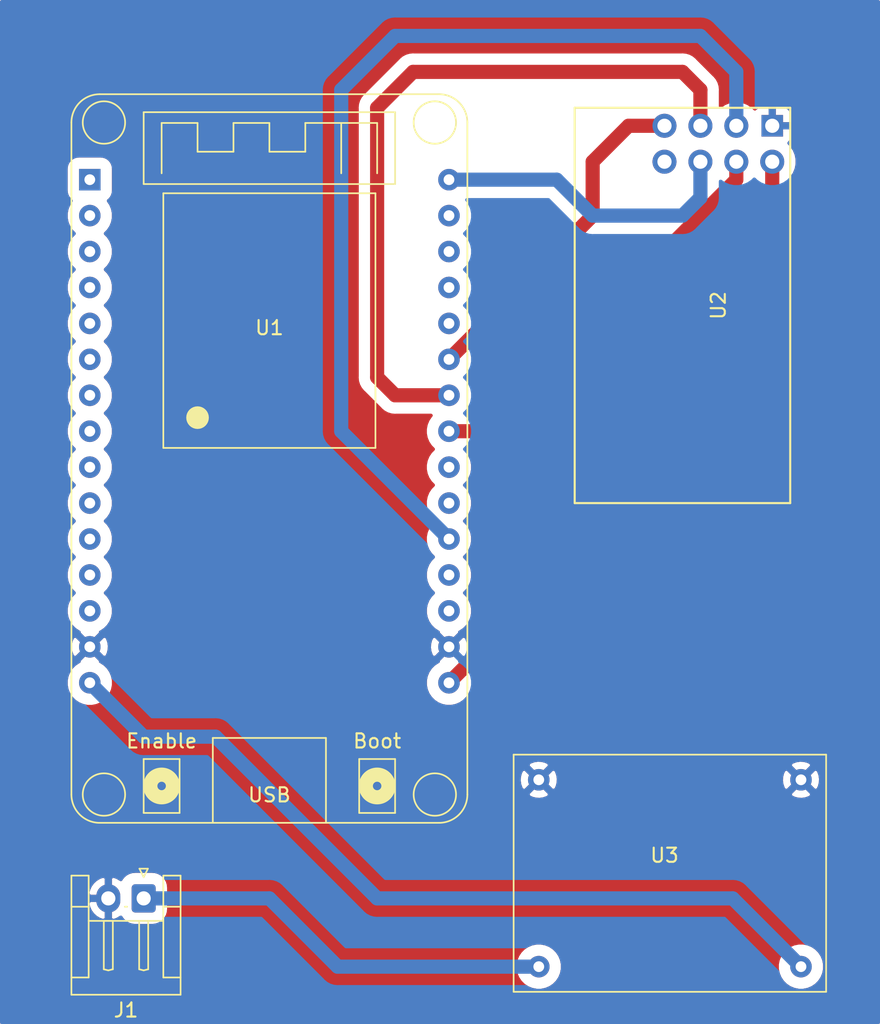
<source format=kicad_pcb>
(kicad_pcb (version 20171130) (host pcbnew "(5.1.10)-1")

  (general
    (thickness 1.6)
    (drawings 0)
    (tracks 37)
    (zones 0)
    (modules 4)
    (nets 32)
  )

  (page A4)
  (layers
    (0 F.Cu signal)
    (31 B.Cu signal)
    (32 B.Adhes user)
    (33 F.Adhes user)
    (34 B.Paste user)
    (35 F.Paste user)
    (36 B.SilkS user)
    (37 F.SilkS user)
    (38 B.Mask user)
    (39 F.Mask user)
    (40 Dwgs.User user)
    (41 Cmts.User user)
    (42 Eco1.User user)
    (43 Eco2.User user)
    (44 Edge.Cuts user)
    (45 Margin user)
    (46 B.CrtYd user)
    (47 F.CrtYd user)
    (48 B.Fab user)
    (49 F.Fab user)
  )

  (setup
    (last_trace_width 1)
    (user_trace_width 0.5)
    (user_trace_width 1)
    (trace_clearance 0.2)
    (zone_clearance 0.8)
    (zone_45_only no)
    (trace_min 0.2)
    (via_size 0.8)
    (via_drill 0.4)
    (via_min_size 0.4)
    (via_min_drill 0.3)
    (uvia_size 0.3)
    (uvia_drill 0.1)
    (uvias_allowed no)
    (uvia_min_size 0.2)
    (uvia_min_drill 0.1)
    (edge_width 0.05)
    (segment_width 0.2)
    (pcb_text_width 0.3)
    (pcb_text_size 1.5 1.5)
    (mod_edge_width 0.12)
    (mod_text_size 1 1)
    (mod_text_width 0.15)
    (pad_size 1.524 1.524)
    (pad_drill 0.762)
    (pad_to_mask_clearance 0)
    (aux_axis_origin 0 0)
    (visible_elements 7FFFFFFF)
    (pcbplotparams
      (layerselection 0x010fc_ffffffff)
      (usegerberextensions false)
      (usegerberattributes true)
      (usegerberadvancedattributes true)
      (creategerberjobfile true)
      (excludeedgelayer true)
      (linewidth 0.100000)
      (plotframeref false)
      (viasonmask false)
      (mode 1)
      (useauxorigin false)
      (hpglpennumber 1)
      (hpglpenspeed 20)
      (hpglpendiameter 15.000000)
      (psnegative false)
      (psa4output false)
      (plotreference true)
      (plotvalue true)
      (plotinvisibletext false)
      (padsonsilk false)
      (subtractmaskfromsilk false)
      (outputformat 1)
      (mirror false)
      (drillshape 1)
      (scaleselection 1)
      (outputdirectory ""))
  )

  (net 0 "")
  (net 1 "Net-(U1-Pad29)")
  (net 2 "Net-(U1-Pad28)")
  (net 3 "Net-(U1-Pad27)")
  (net 4 "Net-(U1-Pad26)")
  (net 5 "Net-(U1-Pad22)")
  (net 6 "Net-(U1-Pad21)")
  (net 7 "Net-(U1-Pad19)")
  (net 8 "Net-(U1-Pad18)")
  (net 9 "Net-(U1-Pad13)")
  (net 10 "Net-(U1-Pad12)")
  (net 11 "Net-(U1-Pad11)")
  (net 12 "Net-(U1-Pad10)")
  (net 13 "Net-(U1-Pad9)")
  (net 14 "Net-(U1-Pad8)")
  (net 15 "Net-(U1-Pad7)")
  (net 16 "Net-(U1-Pad6)")
  (net 17 "Net-(U1-Pad5)")
  (net 18 "Net-(U1-Pad4)")
  (net 19 "Net-(U1-Pad3)")
  (net 20 "Net-(U1-Pad2)")
  (net 21 "Net-(U1-Pad1)")
  (net 22 "Net-(U2-Pad8)")
  (net 23 CSN)
  (net 24 CE)
  (net 25 GND)
  (net 26 3v3)
  (net 27 5V)
  (net 28 MOSI)
  (net 29 MISO)
  (net 30 SCK)
  (net 31 12V)

  (net_class Default "This is the default net class."
    (clearance 0.2)
    (trace_width 0.25)
    (via_dia 0.8)
    (via_drill 0.4)
    (uvia_dia 0.3)
    (uvia_drill 0.1)
    (add_net 12V)
    (add_net 3v3)
    (add_net 5V)
    (add_net CE)
    (add_net CSN)
    (add_net GND)
    (add_net MISO)
    (add_net MOSI)
    (add_net "Net-(U1-Pad1)")
    (add_net "Net-(U1-Pad10)")
    (add_net "Net-(U1-Pad11)")
    (add_net "Net-(U1-Pad12)")
    (add_net "Net-(U1-Pad13)")
    (add_net "Net-(U1-Pad18)")
    (add_net "Net-(U1-Pad19)")
    (add_net "Net-(U1-Pad2)")
    (add_net "Net-(U1-Pad21)")
    (add_net "Net-(U1-Pad22)")
    (add_net "Net-(U1-Pad26)")
    (add_net "Net-(U1-Pad27)")
    (add_net "Net-(U1-Pad28)")
    (add_net "Net-(U1-Pad29)")
    (add_net "Net-(U1-Pad3)")
    (add_net "Net-(U1-Pad4)")
    (add_net "Net-(U1-Pad5)")
    (add_net "Net-(U1-Pad6)")
    (add_net "Net-(U1-Pad7)")
    (add_net "Net-(U1-Pad8)")
    (add_net "Net-(U1-Pad9)")
    (add_net "Net-(U2-Pad8)")
    (add_net SCK)
  )

  (module Connector_JST:JST_EH_S2B-EH_1x02_P2.50mm_Horizontal (layer F.Cu) (tedit 5C281425) (tstamp 624A3D8D)
    (at 124.46 121.92 180)
    (descr "JST EH series connector, S2B-EH (http://www.jst-mfg.com/product/pdf/eng/eEH.pdf), generated with kicad-footprint-generator")
    (tags "connector JST EH horizontal")
    (path /624A29C2)
    (fp_text reference J1 (at 1.25 -7.9) (layer F.SilkS)
      (effects (font (size 1 1) (thickness 0.15)))
    )
    (fp_text value Conn_01x02_Female (at 1.25 2.7) (layer F.Fab)
      (effects (font (size 1 1) (thickness 0.15)))
    )
    (fp_line (start 0 -1.407107) (end 0.5 -0.7) (layer F.Fab) (width 0.1))
    (fp_line (start -0.5 -0.7) (end 0 -1.407107) (layer F.Fab) (width 0.1))
    (fp_line (start 0.3 2.1) (end 0 1.5) (layer F.SilkS) (width 0.12))
    (fp_line (start -0.3 2.1) (end 0.3 2.1) (layer F.SilkS) (width 0.12))
    (fp_line (start 0 1.5) (end -0.3 2.1) (layer F.SilkS) (width 0.12))
    (fp_line (start 2.82 -1.59) (end 2.5 -1.59) (layer F.SilkS) (width 0.12))
    (fp_line (start 2.82 -5.01) (end 2.82 -1.59) (layer F.SilkS) (width 0.12))
    (fp_line (start 2.5 -5.09) (end 2.82 -5.01) (layer F.SilkS) (width 0.12))
    (fp_line (start 2.18 -5.01) (end 2.5 -5.09) (layer F.SilkS) (width 0.12))
    (fp_line (start 2.18 -1.59) (end 2.18 -5.01) (layer F.SilkS) (width 0.12))
    (fp_line (start 2.5 -1.59) (end 2.18 -1.59) (layer F.SilkS) (width 0.12))
    (fp_line (start 1.17 -0.59) (end 1.33 -0.59) (layer F.SilkS) (width 0.12))
    (fp_line (start 0.32 -1.59) (end 0 -1.59) (layer F.SilkS) (width 0.12))
    (fp_line (start 0.32 -5.01) (end 0.32 -1.59) (layer F.SilkS) (width 0.12))
    (fp_line (start 0 -5.09) (end 0.32 -5.01) (layer F.SilkS) (width 0.12))
    (fp_line (start -0.32 -5.01) (end 0 -5.09) (layer F.SilkS) (width 0.12))
    (fp_line (start -0.32 -1.59) (end -0.32 -5.01) (layer F.SilkS) (width 0.12))
    (fp_line (start 0 -1.59) (end -0.32 -1.59) (layer F.SilkS) (width 0.12))
    (fp_line (start -1.39 -1.59) (end 3.89 -1.59) (layer F.SilkS) (width 0.12))
    (fp_line (start 3.89 -0.59) (end 5.11 -0.59) (layer F.SilkS) (width 0.12))
    (fp_line (start 3.89 -5.59) (end 3.89 -0.59) (layer F.SilkS) (width 0.12))
    (fp_line (start 5.11 -5.59) (end 3.89 -5.59) (layer F.SilkS) (width 0.12))
    (fp_line (start -1.39 -0.59) (end -2.61 -0.59) (layer F.SilkS) (width 0.12))
    (fp_line (start -1.39 -5.59) (end -1.39 -0.59) (layer F.SilkS) (width 0.12))
    (fp_line (start -2.61 -5.59) (end -1.39 -5.59) (layer F.SilkS) (width 0.12))
    (fp_line (start 3.89 1.61) (end 3.89 -0.59) (layer F.SilkS) (width 0.12))
    (fp_line (start 5.11 1.61) (end 3.89 1.61) (layer F.SilkS) (width 0.12))
    (fp_line (start 5.11 -6.81) (end 5.11 1.61) (layer F.SilkS) (width 0.12))
    (fp_line (start -2.61 -6.81) (end 5.11 -6.81) (layer F.SilkS) (width 0.12))
    (fp_line (start -2.61 1.61) (end -2.61 -6.81) (layer F.SilkS) (width 0.12))
    (fp_line (start -1.39 1.61) (end -2.61 1.61) (layer F.SilkS) (width 0.12))
    (fp_line (start -1.39 -0.59) (end -1.39 1.61) (layer F.SilkS) (width 0.12))
    (fp_line (start 5.5 -7.2) (end -3 -7.2) (layer F.CrtYd) (width 0.05))
    (fp_line (start 5.5 2) (end 5.5 -7.2) (layer F.CrtYd) (width 0.05))
    (fp_line (start -3 2) (end 5.5 2) (layer F.CrtYd) (width 0.05))
    (fp_line (start -3 -7.2) (end -3 2) (layer F.CrtYd) (width 0.05))
    (fp_line (start 4 -0.7) (end -1.5 -0.7) (layer F.Fab) (width 0.1))
    (fp_line (start 4 1.5) (end 4 -0.7) (layer F.Fab) (width 0.1))
    (fp_line (start 5 1.5) (end 4 1.5) (layer F.Fab) (width 0.1))
    (fp_line (start 5 -6.7) (end 5 1.5) (layer F.Fab) (width 0.1))
    (fp_line (start -2.5 -6.7) (end 5 -6.7) (layer F.Fab) (width 0.1))
    (fp_line (start -2.5 1.5) (end -2.5 -6.7) (layer F.Fab) (width 0.1))
    (fp_line (start -1.5 1.5) (end -2.5 1.5) (layer F.Fab) (width 0.1))
    (fp_line (start -1.5 -0.7) (end -1.5 1.5) (layer F.Fab) (width 0.1))
    (fp_text user %R (at 1.25 -2.6) (layer F.Fab)
      (effects (font (size 1 1) (thickness 0.15)))
    )
    (pad 2 thru_hole oval (at 2.5 0 180) (size 1.7 2) (drill 1) (layers *.Cu *.Mask)
      (net 25 GND))
    (pad 1 thru_hole roundrect (at 0 0 180) (size 1.7 2) (drill 1) (layers *.Cu *.Mask) (roundrect_rratio 0.147059)
      (net 31 12V))
    (model ${KISYS3DMOD}/Connector_JST.3dshapes/JST_EH_S2B-EH_1x02_P2.50mm_Horizontal.wrl
      (at (xyz 0 0 0))
      (scale (xyz 1 1 1))
      (rotate (xyz 0 0 0))
    )
  )

  (module LM2596_MINI:LM2596 (layer F.Cu) (tedit 5EA20897) (tstamp 6249D553)
    (at 172.72 111.76 180)
    (path /6249F338)
    (fp_text reference U3 (at 11.43 -7.12) (layer F.SilkS)
      (effects (font (size 1 1) (thickness 0.15)))
    )
    (fp_text value LM2596-Baja (at 11.43 -8.12) (layer F.Fab)
      (effects (font (size 1 1) (thickness 0.15)))
    )
    (fp_line (start 0 0) (end 22.098 0) (layer F.SilkS) (width 0.12))
    (fp_line (start 22.098 0) (end 22.098 -16.764) (layer F.SilkS) (width 0.12))
    (fp_line (start 22.098 -16.764) (end 0 -16.764) (layer F.SilkS) (width 0.12))
    (fp_line (start 0 -16.764) (end 0 0) (layer F.SilkS) (width 0.12))
    (pad 1 thru_hole circle (at 20.32 -14.986 180) (size 1.524 1.524) (drill 0.762) (layers *.Cu *.Mask)
      (net 31 12V))
    (pad 3 thru_hole circle (at 1.778 -14.986 180) (size 1.524 1.524) (drill 0.762) (layers *.Cu *.Mask)
      (net 27 5V))
    (pad 2 thru_hole circle (at 20.32 -1.778 180) (size 1.524 1.524) (drill 0.762) (layers *.Cu *.Mask)
      (net 25 GND))
    (pad 4 thru_hole circle (at 1.778 -1.778 180) (size 1.524 1.524) (drill 0.762) (layers *.Cu *.Mask)
      (net 25 GND))
    (model C:/Users/Einstein/Documents/kiCAD/ESP32_nRF24L01/libraries/packages3d/mini360/mini360.step
      (offset (xyz 0.5 0 0.9))
      (scale (xyz 1.38 1 1.16))
      (rotate (xyz -90 0 -90))
    )
    (model C:/Users/Einstein/Documents/kiCAD/ESP32_nRF24L01/3D/Connector_PinHeader_1.00mm.3dshapes/PinHeader_1x01_P1.00mm_Vertical.step
      (offset (xyz 20 15 1.2))
      (scale (xyz 1.5 1.5 1.2))
      (rotate (xyz 180 0 0))
    )
    (model C:/Users/Einstein/Documents/kiCAD/ESP32_nRF24L01/3D/Connector_PinHeader_1.00mm.3dshapes/PinHeader_1x01_P1.00mm_Vertical.step
      (offset (xyz 2 15 1.2))
      (scale (xyz 1.5 1.5 1.2))
      (rotate (xyz 180 0 0))
    )
    (model C:/Users/Einstein/Documents/kiCAD/ESP32_nRF24L01/3D/Connector_PinHeader_1.00mm.3dshapes/PinHeader_1x01_P1.00mm_Vertical.step
      (offset (xyz 20 1.9 1.2))
      (scale (xyz 1.5 1.5 1.2))
      (rotate (xyz 180 0 0))
    )
    (model C:/Users/Einstein/Documents/kiCAD/ESP32_nRF24L01/3D/Connector_PinHeader_1.00mm.3dshapes/PinHeader_1x01_P1.00mm_Vertical.step
      (offset (xyz 2 1.9 1.2))
      (scale (xyz 1.5 1.5 1))
      (rotate (xyz 180 0 0))
    )
  )

  (module nRF24L01:NRF24L01Module (layer F.Cu) (tedit 5CE4B293) (tstamp 62499CE4)
    (at 166.37 69.85 270)
    (path /6248DE4A)
    (fp_text reference U2 (at 10.16 1.27 90) (layer F.SilkS)
      (effects (font (size 1 1) (thickness 0.15)))
    )
    (fp_text value NRF24L01_Breakout (at 11.43 -1.27 90) (layer F.Fab)
      (effects (font (size 1 1) (thickness 0.15)))
    )
    (fp_line (start 24.13 -3.81) (end -3.81 -3.81) (layer F.SilkS) (width 0.15))
    (fp_line (start 24.13 11.43) (end 24.13 -3.81) (layer F.SilkS) (width 0.15))
    (fp_line (start -3.81 11.43) (end 24.13 11.43) (layer F.SilkS) (width 0.15))
    (fp_line (start -3.81 -3.81) (end -3.81 11.43) (layer F.SilkS) (width 0.15))
    (pad 8 thru_hole circle (at 0 5.08 270) (size 1.7 1.7) (drill 1) (layers *.Cu *.Mask)
      (net 22 "Net-(U2-Pad8)"))
    (pad 7 thru_hole circle (at -2.54 5.08 270) (size 1.7 1.7) (drill 1) (layers *.Cu *.Mask)
      (net 29 MISO))
    (pad 6 thru_hole circle (at 0 2.54 270) (size 1.7 1.7) (drill 1) (layers *.Cu *.Mask)
      (net 28 MOSI))
    (pad 5 thru_hole circle (at -2.54 2.54 270) (size 1.7 1.7) (drill 1) (layers *.Cu *.Mask)
      (net 30 SCK))
    (pad 4 thru_hole circle (at 0 0 270) (size 1.7 1.7) (drill 1) (layers *.Cu *.Mask)
      (net 23 CSN))
    (pad 3 thru_hole circle (at -2.54 0 270) (size 1.7 1.7) (drill 1) (layers *.Cu *.Mask)
      (net 24 CE))
    (pad 2 thru_hole circle (at 0 -2.54 270) (size 1.7 1.7) (drill 1) (layers *.Cu *.Mask)
      (net 26 3v3))
    (pad 1 thru_hole rect (at -2.54 -2.54 270) (size 1.524 1.524) (drill 1) (layers *.Cu *.Mask)
      (net 25 GND))
    (model ":NRF3D:NRF24L01 WIFI Module v2.step"
      (offset (xyz -4 4.8 1.5))
      (scale (xyz 1 1 1))
      (rotate (xyz 0 0 90))
    )
  )

  (module ESP32DOIT:esp32_devkit_v1_doit (layer F.Cu) (tedit 5F4BBE44) (tstamp 6249350A)
    (at 133.35 71.12)
    (descr "ESPWROOM32, ESP32, 30 GPIOs version")
    (path /62488435)
    (attr smd)
    (fp_text reference U1 (at 0 10.47) (layer F.SilkS)
      (effects (font (size 1 1) (thickness 0.15)))
    )
    (fp_text value ESP32_DevKit_V1_DOIT (at 0 8.7) (layer F.Fab)
      (effects (font (size 1 1) (thickness 0.15)))
    )
    (fp_circle (center 7.62 42.855) (end 7.92 42.855) (layer F.SilkS) (width 1))
    (fp_circle (center -7.62 42.855) (end -7.32 42.855) (layer F.SilkS) (width 1))
    (fp_line (start -6.35 40.95) (end -6.35 44.76) (layer F.SilkS) (width 0.12))
    (fp_line (start -8.89 40.95) (end -6.35 40.95) (layer F.SilkS) (width 0.12))
    (fp_line (start -8.89 44.76) (end -8.89 40.95) (layer F.SilkS) (width 0.12))
    (fp_line (start -6.35 44.76) (end -8.89 44.76) (layer F.SilkS) (width 0.12))
    (fp_line (start 6.35 44.76) (end 6.35 40.95) (layer F.SilkS) (width 0.12))
    (fp_line (start 8.89 44.76) (end 6.35 44.76) (layer F.SilkS) (width 0.12))
    (fp_line (start 8.89 40.95) (end 8.89 44.76) (layer F.SilkS) (width 0.12))
    (fp_line (start 6.35 40.95) (end 8.89 40.95) (layer F.SilkS) (width 0.12))
    (fp_circle (center -5.08 16.82) (end -4.68 16.82) (layer F.SilkS) (width 0.8))
    (fp_line (start -7.5 18.96) (end -7.5 0.96) (layer F.SilkS) (width 0.12))
    (fp_line (start 7.5 18.96) (end -7.5 18.96) (layer F.SilkS) (width 0.12))
    (fp_line (start 7.5 0.96) (end 7.5 18.96) (layer F.SilkS) (width 0.12))
    (fp_line (start -7.5 0.96) (end 7.5 0.96) (layer F.SilkS) (width 0.12))
    (fp_line (start 5.08 -4.008) (end 5.08 -0.452) (layer F.SilkS) (width 0.12))
    (fp_line (start 7.62 -4.008) (end 7.62 -0.452) (layer F.SilkS) (width 0.12))
    (fp_line (start 2.54 -4.008) (end 7.62 -4.008) (layer F.SilkS) (width 0.12))
    (fp_line (start 2.54 -1.976) (end 2.54 -4.008) (layer F.SilkS) (width 0.12))
    (fp_line (start 0 -1.976) (end 2.54 -1.976) (layer F.SilkS) (width 0.12))
    (fp_line (start 0 -4.008) (end 0 -1.976) (layer F.SilkS) (width 0.12))
    (fp_line (start -2.54 -4.008) (end 0 -4.008) (layer F.SilkS) (width 0.12))
    (fp_line (start -2.54 -1.976) (end -2.54 -4.008) (layer F.SilkS) (width 0.12))
    (fp_line (start -5.08 -1.976) (end -2.54 -1.976) (layer F.SilkS) (width 0.12))
    (fp_line (start -5.08 -4.008) (end -5.08 -1.976) (layer F.SilkS) (width 0.12))
    (fp_line (start -7.62 -4.008) (end -5.08 -4.008) (layer F.SilkS) (width 0.12))
    (fp_line (start -7.62 -0.452) (end -7.62 -4.008) (layer F.SilkS) (width 0.12))
    (fp_line (start -8.89 0.31) (end -8.89 -4.77) (layer F.SilkS) (width 0.12))
    (fp_line (start 8.89 0.31) (end -8.89 0.31) (layer F.SilkS) (width 0.12))
    (fp_line (start 8.89 -4.77) (end 8.89 0.31) (layer F.SilkS) (width 0.12))
    (fp_line (start -8.89 -4.77) (end 8.89 -4.77) (layer F.SilkS) (width 0.12))
    (fp_line (start -4 39.46) (end 4 39.46) (layer F.SilkS) (width 0.12))
    (fp_line (start 4 39.46) (end 4 45.46) (layer F.SilkS) (width 0.12))
    (fp_line (start -4 39.46) (end -4 45.46) (layer F.SilkS) (width 0.12))
    (fp_circle (center 11.7 43.46) (end 13.2 43.46) (layer F.SilkS) (width 0.12))
    (fp_circle (center -11.7 43.46) (end -10.2 43.46) (layer F.SilkS) (width 0.12))
    (fp_line (start -12 -6.04) (end 12 -6.04) (layer F.SilkS) (width 0.12))
    (fp_line (start -12 45.46) (end 12 45.46) (layer F.SilkS) (width 0.12))
    (fp_line (start -14 -4.04) (end -14 43.46) (layer F.SilkS) (width 0.12))
    (fp_line (start 14 43.46) (end 14 -4.04) (layer F.SilkS) (width 0.12))
    (fp_circle (center 11.7 -4.04) (end 13.2 -4.04) (layer F.SilkS) (width 0.12))
    (fp_circle (center -11.7 -4.04) (end -10.2 -4.04) (layer F.SilkS) (width 0.12))
    (fp_text user USB (at 0 43.49) (layer F.SilkS)
      (effects (font (size 1 1) (thickness 0.15)))
    )
    (fp_text user Boot (at 7.62 39.68) (layer F.SilkS)
      (effects (font (size 1 1) (thickness 0.15)))
    )
    (fp_text user Enable (at -7.62 39.68) (layer F.SilkS)
      (effects (font (size 1 1) (thickness 0.15)))
    )
    (fp_arc (start 12 -4.04) (end 14 -4.04) (angle -90) (layer F.SilkS) (width 0.12))
    (fp_arc (start -12 -4.04) (end -12 -6.04) (angle -90) (layer F.SilkS) (width 0.12))
    (fp_arc (start -12 43.46) (end -14 43.46) (angle -90) (layer F.SilkS) (width 0.12))
    (fp_arc (start 12 43.46) (end 12 45.46) (angle -90) (layer F.SilkS) (width 0.12))
    (pad 1 thru_hole rect (at -12.7 0) (size 1.524 1.524) (drill 0.762) (layers *.Cu *.Mask)
      (net 21 "Net-(U1-Pad1)"))
    (pad 2 thru_hole circle (at -12.7 2.54) (size 1.524 1.524) (drill 0.762) (layers *.Cu *.Mask)
      (net 20 "Net-(U1-Pad2)"))
    (pad 3 thru_hole circle (at -12.7 5.08) (size 1.524 1.524) (drill 0.762) (layers *.Cu *.Mask)
      (net 19 "Net-(U1-Pad3)"))
    (pad 4 thru_hole circle (at -12.7 7.62) (size 1.524 1.524) (drill 0.762) (layers *.Cu *.Mask)
      (net 18 "Net-(U1-Pad4)"))
    (pad 5 thru_hole circle (at -12.7 10.16) (size 1.524 1.524) (drill 0.762) (layers *.Cu *.Mask)
      (net 17 "Net-(U1-Pad5)"))
    (pad 6 thru_hole circle (at -12.7 12.7) (size 1.524 1.524) (drill 0.762) (layers *.Cu *.Mask)
      (net 16 "Net-(U1-Pad6)"))
    (pad 7 thru_hole circle (at -12.7 15.24) (size 1.524 1.524) (drill 0.762) (layers *.Cu *.Mask)
      (net 15 "Net-(U1-Pad7)"))
    (pad 8 thru_hole circle (at -12.7 17.78) (size 1.524 1.524) (drill 0.762) (layers *.Cu *.Mask)
      (net 14 "Net-(U1-Pad8)"))
    (pad 9 thru_hole circle (at -12.7 20.32) (size 1.524 1.524) (drill 0.762) (layers *.Cu *.Mask)
      (net 13 "Net-(U1-Pad9)"))
    (pad 10 thru_hole circle (at -12.7 22.86) (size 1.524 1.524) (drill 0.762) (layers *.Cu *.Mask)
      (net 12 "Net-(U1-Pad10)"))
    (pad 11 thru_hole circle (at -12.7 25.4) (size 1.524 1.524) (drill 0.762) (layers *.Cu *.Mask)
      (net 11 "Net-(U1-Pad11)"))
    (pad 12 thru_hole circle (at -12.7 27.94) (size 1.524 1.524) (drill 0.762) (layers *.Cu *.Mask)
      (net 10 "Net-(U1-Pad12)"))
    (pad 13 thru_hole circle (at -12.7 30.48) (size 1.524 1.524) (drill 0.762) (layers *.Cu *.Mask)
      (net 9 "Net-(U1-Pad13)"))
    (pad 14 thru_hole circle (at -12.7 33.02) (size 1.524 1.524) (drill 0.762) (layers *.Cu *.Mask)
      (net 25 GND))
    (pad 15 thru_hole circle (at -12.7 35.56) (size 1.524 1.524) (drill 0.762) (layers *.Cu *.Mask)
      (net 27 5V))
    (pad 16 thru_hole circle (at 12.7 35.56) (size 1.524 1.524) (drill 0.762) (layers *.Cu *.Mask)
      (net 26 3v3))
    (pad 17 thru_hole circle (at 12.7 33.02) (size 1.524 1.524) (drill 0.762) (layers *.Cu *.Mask)
      (net 25 GND))
    (pad 18 thru_hole circle (at 12.7 30.48) (size 1.524 1.524) (drill 0.762) (layers *.Cu *.Mask)
      (net 8 "Net-(U1-Pad18)"))
    (pad 19 thru_hole circle (at 12.7 27.94) (size 1.524 1.524) (drill 0.762) (layers *.Cu *.Mask)
      (net 7 "Net-(U1-Pad19)"))
    (pad 20 thru_hole circle (at 12.7 25.4) (size 1.524 1.524) (drill 0.762) (layers *.Cu *.Mask)
      (net 24 CE))
    (pad 21 thru_hole circle (at 12.7 22.86) (size 1.524 1.524) (drill 0.762) (layers *.Cu *.Mask)
      (net 6 "Net-(U1-Pad21)"))
    (pad 22 thru_hole circle (at 12.7 20.32) (size 1.524 1.524) (drill 0.762) (layers *.Cu *.Mask)
      (net 5 "Net-(U1-Pad22)"))
    (pad 23 thru_hole circle (at 12.7 17.78) (size 1.524 1.524) (drill 0.762) (layers *.Cu *.Mask)
      (net 23 CSN))
    (pad 24 thru_hole circle (at 12.7 15.24) (size 1.524 1.524) (drill 0.762) (layers *.Cu *.Mask)
      (net 30 SCK))
    (pad 25 thru_hole circle (at 12.7 12.7) (size 1.524 1.524) (drill 0.762) (layers *.Cu *.Mask)
      (net 29 MISO))
    (pad 26 thru_hole circle (at 12.7 10.16) (size 1.524 1.524) (drill 0.762) (layers *.Cu *.Mask)
      (net 4 "Net-(U1-Pad26)"))
    (pad 27 thru_hole circle (at 12.7 7.62) (size 1.524 1.524) (drill 0.762) (layers *.Cu *.Mask)
      (net 3 "Net-(U1-Pad27)"))
    (pad 28 thru_hole circle (at 12.7 5.08) (size 1.524 1.524) (drill 0.762) (layers *.Cu *.Mask)
      (net 2 "Net-(U1-Pad28)"))
    (pad 29 thru_hole circle (at 12.7 2.54) (size 1.524 1.524) (drill 0.762) (layers *.Cu *.Mask)
      (net 1 "Net-(U1-Pad29)"))
    (pad 30 thru_hole circle (at 12.7 0) (size 1.524 1.524) (drill 0.762) (layers *.Cu *.Mask)
      (net 28 MOSI))
    (model ${KISYS3DMOD}/Button_Switch_SMD.3dshapes/SW_SPST_B3U-1000P-B.wrl
      (offset (xyz 7.5 -43 4.5))
      (scale (xyz 1 1 1))
      (rotate (xyz 0 0 90))
    )
    (model ${KISYS3DMOD}/Button_Switch_SMD.3dshapes/SW_SPST_B3U-1000P-B.wrl
      (offset (xyz -7.5 -43 4.5))
      (scale (xyz 1 1 1))
      (rotate (xyz 0 0 90))
    )
    (model ${KISYS3DMOD}/Connector_PinHeader_2.54mm.3dshapes/PinHeader_1x15_P2.54mm_Vertical.wrl
      (offset (xyz -12.7 0 3.1))
      (scale (xyz 1 1 1))
      (rotate (xyz 0 180 0))
    )
    (model ${KISYS3DMOD}/Connector_PinHeader_2.54mm.3dshapes/PinHeader_1x15_P2.54mm_Vertical.wrl
      (offset (xyz 12.7 0 3.1))
      (scale (xyz 1 1 1))
      (rotate (xyz 0 180 0))
    )
    (model ${VL_PACKAGES3D}/esp32_devkit_v1_doit.3dshapes/esp32_devkit_v1_doit.step
      (offset (xyz -12.7 0 5.5))
      (scale (xyz 1 1 1))
      (rotate (xyz 0 0 0))
    )
    (model ${KISYS3DMOD}/Connector_USB.3dshapes/USB_Micro-B_Molex_47346-0001.wrl
      (offset (xyz 0 -42 4.5))
      (scale (xyz 1 1 1))
      (rotate (xyz 0 0 0))
    )
    (model ${KISYS3DMOD}/LED_SMD.3dshapes/LED_1206_3216Metric.wrl
      (offset (xyz -6 -23 5))
      (scale (xyz 1 1 1))
      (rotate (xyz 0 0 -90))
    )
    (model ${KISYS3DMOD}/LED_SMD.3dshapes/LED_1206_3216Metric.wrl
      (offset (xyz 6 -23 4.5))
      (scale (xyz 1 1 1))
      (rotate (xyz 0 0 -90))
    )
    (model ${KISYS3DMOD}/Capacitor_Tantalum_SMD.3dshapes/CP_EIA-2012-15_AVX-P.wrl
      (offset (xyz -6.5 -27.5 4.5))
      (scale (xyz 1 1 1))
      (rotate (xyz 0 0 0))
    )
    (model ${KISYS3DMOD}/Package_TO_SOT_SMD.3dshapes/SOT-223.wrl
      (offset (xyz -6 -33 4.5))
      (scale (xyz 1 1 1))
      (rotate (xyz 0 0 -180))
    )
    (model ${KISYS3DMOD}/Resistor_SMD.3dshapes/R_0603_1608Metric.wrl
      (offset (xyz -7 -38.5 4.5))
      (scale (xyz 1 1 1))
      (rotate (xyz 0 0 0))
    )
    (model ${KISYS3DMOD}/Resistor_SMD.3dshapes/R_0603_1608Metric.wrl
      (offset (xyz 8.5 -38.5 4.5))
      (scale (xyz 1 1 1))
      (rotate (xyz 0 0 0))
    )
    (model ${KISYS3DMOD}/Resistor_SMD.3dshapes/R_0603_1608Metric.wrl
      (offset (xyz 5.5 -38.5 4.5))
      (scale (xyz 1 1 1))
      (rotate (xyz 0 0 0))
    )
    (model ${KISYS3DMOD}/Package_TO_SOT_SMD.3dshapes/SOT-23.wrl
      (offset (xyz -0.5 -27.5 4.5))
      (scale (xyz 1 1 1))
      (rotate (xyz 0 0 0))
    )
    (model ${KISYS3DMOD}/Package_TO_SOT_SMD.3dshapes/SOT-23.wrl
      (offset (xyz 6 -27.5 4.5))
      (scale (xyz 1 1 1))
      (rotate (xyz 0 0 -180))
    )
    (model ${KISYS3DMOD}/Resistor_SMD.3dshapes/R_0603_1608Metric.wrl
      (offset (xyz 9 -27.5 4.5))
      (scale (xyz 1 1 1))
      (rotate (xyz 0 0 90))
    )
    (model ${KISYS3DMOD}/Resistor_SMD.3dshapes/R_0603_1608Metric.wrl
      (offset (xyz -3.5 -27.5 4.5))
      (scale (xyz 1 1 1))
      (rotate (xyz 0 0 90))
    )
    (model ${KISYS3DMOD}/Capacitor_SMD.3dshapes/C_0603_1608Metric.wrl
      (offset (xyz -0.5 -38.5 4.5))
      (scale (xyz 1 1 1))
      (rotate (xyz 0 0 0))
    )
    (model ${KISYS3DMOD}/Diode_SMD.3dshapes/D_0603_1608Metric.wrl
      (offset (xyz -3 -38.5 4.5))
      (scale (xyz 1 1 1))
      (rotate (xyz 0 0 0))
    )
    (model ${KISYS3DMOD}/Resistor_SMD.3dshapes/R_0603_1608Metric.wrl
      (offset (xyz -3 -23 4.5))
      (scale (xyz 1 1 1))
      (rotate (xyz 0 0 90))
    )
    (model ${KISYS3DMOD}/Resistor_SMD.3dshapes/R_0603_1608Metric.wrl
      (offset (xyz -1.5 -23 4.5))
      (scale (xyz 1 1 1))
      (rotate (xyz 0 0 90))
    )
    (model ${KISYS3DMOD}/Resistor_SMD.3dshapes/R_0603_1608Metric.wrl
      (offset (xyz 0 -23 4.5))
      (scale (xyz 1 1 1))
      (rotate (xyz 0 0 90))
    )
    (model ${KISYS3DMOD}/Resistor_SMD.3dshapes/R_0603_1608Metric.wrl
      (offset (xyz 1.5 -23 4.5))
      (scale (xyz 1 1 1))
      (rotate (xyz 0 0 90))
    )
    (model ${KISYS3DMOD}/Resistor_SMD.3dshapes/R_0603_1608Metric.wrl
      (offset (xyz 3 -23 4.5))
      (scale (xyz 1 1 1))
      (rotate (xyz 0 0 90))
    )
    (model ${KISYS3DMOD}/Package_DFN_QFN.3dshapes/QFN-28-1EP_5x5mm_P0.5mm_EP3.35x3.35mm.wrl
      (offset (xyz 7 -33.5 4.5))
      (scale (xyz 1 1 1))
      (rotate (xyz 0 0 0))
    )
    (model ${KISYS3DMOD}/Resistor_SMD.3dshapes/R_0603_1608Metric.wrl
      (offset (xyz 8.5 -22 4.5))
      (scale (xyz 1 1 1))
      (rotate (xyz 0 0 0))
    )
    (model ${KISYS3DMOD}/Resistor_SMD.3dshapes/R_0603_1608Metric.wrl
      (offset (xyz 8.5 -24 4.5))
      (scale (xyz 1 1 1))
      (rotate (xyz 0 0 0))
    )
    (model ${KISYS3DMOD}/Capacitor_SMD.3dshapes/C_0603_1608Metric.wrl
      (offset (xyz -8.5 -22 4.5))
      (scale (xyz 1 1 1))
      (rotate (xyz 0 0 0))
    )
    (model ${KISYS3DMOD}/Capacitor_SMD.3dshapes/C_0603_1608Metric.wrl
      (offset (xyz -8.5 -24 4.5))
      (scale (xyz 1 1 1))
      (rotate (xyz 0 0 0))
    )
    (model ${KISYS3DMOD}/RF_Module.3dshapes/ESP32-WROOM-32.wrl
      (offset (xyz 0 -10 4.5))
      (scale (xyz 1 1 1))
      (rotate (xyz 0 0 0))
    )
    (model C:/Users/Einstein/Documents/kiCAD/ESP32_nRF24L01/libraries/packages3d/esp32_devkit_v1_doit.3dshapes/esp32_devkit_v1_doit.step
      (offset (xyz -12.7 0 3))
      (scale (xyz 1 1 1))
      (rotate (xyz 0 0 0))
    )
  )

  (segment (start 146.05 88.9) (end 148.59 88.9) (width 1) (layer F.Cu) (net 23))
  (segment (start 166.37 71.12) (end 166.37 69.85) (width 1) (layer F.Cu) (net 23))
  (segment (start 148.59 88.9) (end 166.37 71.12) (width 1) (layer F.Cu) (net 23))
  (segment (start 146.05 96.52) (end 138.43 88.9) (width 1) (layer B.Cu) (net 24))
  (segment (start 138.43 88.9) (end 138.43 64.77) (width 1) (layer B.Cu) (net 24))
  (segment (start 138.43 64.77) (end 142.24 60.96) (width 1) (layer B.Cu) (net 24))
  (segment (start 142.24 60.96) (end 163.83 60.96) (width 1) (layer B.Cu) (net 24))
  (segment (start 166.37 63.5) (end 166.37 67.31) (width 1) (layer B.Cu) (net 24))
  (segment (start 163.83 60.96) (end 166.37 63.5) (width 1) (layer B.Cu) (net 24))
  (segment (start 146.05 106.68) (end 154.94 97.79) (width 1) (layer F.Cu) (net 26))
  (segment (start 154.94 97.79) (end 154.94 87.63) (width 1) (layer F.Cu) (net 26))
  (segment (start 168.91 73.66) (end 168.91 69.85) (width 1) (layer F.Cu) (net 26))
  (segment (start 154.94 87.63) (end 168.91 73.66) (width 1) (layer F.Cu) (net 26))
  (segment (start 124.46 110.49) (end 120.65 106.68) (width 1) (layer B.Cu) (net 27))
  (segment (start 124.46 110.49) (end 129.54 110.49) (width 1) (layer B.Cu) (net 27))
  (segment (start 129.54 110.49) (end 140.97 121.92) (width 1) (layer B.Cu) (net 27))
  (segment (start 166.116 121.92) (end 170.942 126.746) (width 1) (layer B.Cu) (net 27))
  (segment (start 140.97 121.92) (end 166.116 121.92) (width 1) (layer B.Cu) (net 27))
  (segment (start 146.05 71.12) (end 153.67 71.12) (width 1) (layer B.Cu) (net 28))
  (segment (start 153.67 71.12) (end 156.21 73.66) (width 1) (layer B.Cu) (net 28))
  (segment (start 156.21 73.66) (end 162.56 73.66) (width 1) (layer B.Cu) (net 28))
  (segment (start 163.83 72.39) (end 163.83 69.85) (width 1) (layer B.Cu) (net 28))
  (segment (start 162.56 73.66) (end 163.83 72.39) (width 1) (layer B.Cu) (net 28))
  (segment (start 146.05 83.82) (end 156.21 73.66) (width 1) (layer F.Cu) (net 29))
  (segment (start 156.21 73.66) (end 156.21 69.85) (width 1) (layer F.Cu) (net 29))
  (segment (start 158.75 67.31) (end 161.29 67.31) (width 1) (layer F.Cu) (net 29))
  (segment (start 156.21 69.85) (end 158.75 67.31) (width 1) (layer F.Cu) (net 29))
  (segment (start 146.05 86.36) (end 142.24 86.36) (width 1) (layer F.Cu) (net 30))
  (segment (start 142.24 86.36) (end 140.97 85.09) (width 1) (layer F.Cu) (net 30))
  (segment (start 140.97 85.09) (end 140.97 66.04) (width 1) (layer F.Cu) (net 30))
  (segment (start 140.97 66.04) (end 143.51 63.5) (width 1) (layer F.Cu) (net 30))
  (segment (start 143.51 63.5) (end 162.56 63.5) (width 1) (layer F.Cu) (net 30))
  (segment (start 163.83 64.77) (end 163.83 67.31) (width 1) (layer F.Cu) (net 30))
  (segment (start 162.56 63.5) (end 163.83 64.77) (width 1) (layer F.Cu) (net 30))
  (segment (start 133.35 121.92) (end 124.46 121.92) (width 1) (layer B.Cu) (net 31))
  (segment (start 138.176 126.746) (end 133.35 121.92) (width 1) (layer B.Cu) (net 31))
  (segment (start 152.4 126.746) (end 138.176 126.746) (width 1) (layer B.Cu) (net 31))

  (zone (net 25) (net_name GND) (layer B.Cu) (tstamp 0) (hatch edge 0.508)
    (connect_pads (clearance 0.8))
    (min_thickness 0.254)
    (fill yes (arc_segments 32) (thermal_gap 0.508) (thermal_bridge_width 0.508))
    (polygon
      (pts
        (xy 176.53 130.81) (xy 114.3 130.81) (xy 114.3 58.42) (xy 176.53 58.42)
      )
    )
    (filled_polygon
      (pts
        (xy 176.403 130.683) (xy 114.427 130.683) (xy 114.427 122.279742) (xy 120.488715 122.279742) (xy 120.557904 122.562745)
        (xy 120.680975 122.826812) (xy 120.853198 123.061795) (xy 121.067954 123.258664) (xy 121.316991 123.409854) (xy 121.590739 123.509554)
        (xy 121.60311 123.511476) (xy 121.833 123.390155) (xy 121.833 122.047) (xy 120.632768 122.047) (xy 120.488715 122.279742)
        (xy 114.427 122.279742) (xy 114.427 121.560258) (xy 120.488715 121.560258) (xy 120.632768 121.793) (xy 121.833 121.793)
        (xy 121.833 120.449845) (xy 122.087 120.449845) (xy 122.087 121.793) (xy 122.107 121.793) (xy 122.107 122.047)
        (xy 122.087 122.047) (xy 122.087 123.390155) (xy 122.31689 123.511476) (xy 122.329261 123.509554) (xy 122.603009 123.409854)
        (xy 122.844028 123.263532) (xy 122.877631 123.326398) (xy 123.024564 123.505436) (xy 123.203602 123.652369) (xy 123.407865 123.76155)
        (xy 123.629504 123.828783) (xy 123.86 123.851485) (xy 125.06 123.851485) (xy 125.290496 123.828783) (xy 125.512135 123.76155)
        (xy 125.716398 123.652369) (xy 125.895436 123.505436) (xy 126.025461 123.347) (xy 132.758918 123.347) (xy 137.117395 127.705478)
        (xy 137.162077 127.759923) (xy 137.216522 127.804605) (xy 137.216525 127.804608) (xy 137.379365 127.938248) (xy 137.511872 128.009074)
        (xy 137.627269 128.070755) (xy 137.814661 128.1276) (xy 137.896258 128.152352) (xy 137.920474 128.154737) (xy 138.105902 128.173)
        (xy 138.10591 128.173) (xy 138.176 128.179903) (xy 138.24609 128.173) (xy 151.495537 128.173) (xy 151.599959 128.242772)
        (xy 151.907337 128.370092) (xy 152.233648 128.435) (xy 152.566352 128.435) (xy 152.892663 128.370092) (xy 153.200041 128.242772)
        (xy 153.476675 128.057932) (xy 153.711932 127.822675) (xy 153.896772 127.546041) (xy 154.024092 127.238663) (xy 154.089 126.912352)
        (xy 154.089 126.579648) (xy 154.024092 126.253337) (xy 153.896772 125.945959) (xy 153.711932 125.669325) (xy 153.476675 125.434068)
        (xy 153.200041 125.249228) (xy 152.892663 125.121908) (xy 152.566352 125.057) (xy 152.233648 125.057) (xy 151.907337 125.121908)
        (xy 151.599959 125.249228) (xy 151.495537 125.319) (xy 138.767083 125.319) (xy 134.408607 120.960525) (xy 134.363923 120.906077)
        (xy 134.146634 120.727752) (xy 133.898731 120.595245) (xy 133.629741 120.513648) (xy 133.420098 120.493) (xy 133.420088 120.493)
        (xy 133.35 120.486097) (xy 133.279912 120.493) (xy 126.025461 120.493) (xy 125.895436 120.334564) (xy 125.716398 120.187631)
        (xy 125.512135 120.07845) (xy 125.290496 120.011217) (xy 125.06 119.988515) (xy 123.86 119.988515) (xy 123.629504 120.011217)
        (xy 123.407865 120.07845) (xy 123.203602 120.187631) (xy 123.024564 120.334564) (xy 122.877631 120.513602) (xy 122.844028 120.576468)
        (xy 122.603009 120.430146) (xy 122.329261 120.330446) (xy 122.31689 120.328524) (xy 122.087 120.449845) (xy 121.833 120.449845)
        (xy 121.60311 120.328524) (xy 121.590739 120.330446) (xy 121.316991 120.430146) (xy 121.067954 120.581336) (xy 120.853198 120.778205)
        (xy 120.680975 121.013188) (xy 120.557904 121.277255) (xy 120.488715 121.560258) (xy 114.427 121.560258) (xy 114.427 106.513648)
        (xy 118.961 106.513648) (xy 118.961 106.846352) (xy 119.025908 107.172663) (xy 119.153228 107.480041) (xy 119.338068 107.756675)
        (xy 119.573325 107.991932) (xy 119.849959 108.176772) (xy 120.157337 108.304092) (xy 120.280511 108.328593) (xy 123.401395 111.449478)
        (xy 123.446077 111.503923) (xy 123.500522 111.548605) (xy 123.500525 111.548608) (xy 123.663365 111.682248) (xy 123.795872 111.753074)
        (xy 123.911269 111.814755) (xy 124.098661 111.8716) (xy 124.180258 111.896352) (xy 124.204474 111.898737) (xy 124.389902 111.917)
        (xy 124.38991 111.917) (xy 124.46 111.923903) (xy 124.53009 111.917) (xy 128.948918 111.917) (xy 139.911395 122.879478)
        (xy 139.956077 122.933923) (xy 140.010522 122.978605) (xy 140.010525 122.978608) (xy 140.111889 123.061795) (xy 140.173366 123.112248)
        (xy 140.421269 123.244755) (xy 140.690259 123.326352) (xy 140.899902 123.347) (xy 140.899911 123.347) (xy 140.969999 123.353903)
        (xy 141.040087 123.347) (xy 165.524918 123.347) (xy 169.293407 127.11549) (xy 169.317908 127.238663) (xy 169.445228 127.546041)
        (xy 169.630068 127.822675) (xy 169.865325 128.057932) (xy 170.141959 128.242772) (xy 170.449337 128.370092) (xy 170.775648 128.435)
        (xy 171.108352 128.435) (xy 171.434663 128.370092) (xy 171.742041 128.242772) (xy 172.018675 128.057932) (xy 172.253932 127.822675)
        (xy 172.438772 127.546041) (xy 172.566092 127.238663) (xy 172.631 126.912352) (xy 172.631 126.579648) (xy 172.566092 126.253337)
        (xy 172.438772 125.945959) (xy 172.253932 125.669325) (xy 172.018675 125.434068) (xy 171.742041 125.249228) (xy 171.434663 125.121908)
        (xy 171.31149 125.097407) (xy 167.174607 120.960525) (xy 167.129923 120.906077) (xy 166.912634 120.727752) (xy 166.664731 120.595245)
        (xy 166.395741 120.513648) (xy 166.186098 120.493) (xy 166.186088 120.493) (xy 166.116 120.486097) (xy 166.045912 120.493)
        (xy 141.561083 120.493) (xy 135.571648 114.503565) (xy 151.61404 114.503565) (xy 151.68102 114.743656) (xy 151.930048 114.860756)
        (xy 152.197135 114.927023) (xy 152.472017 114.93991) (xy 152.744133 114.898922) (xy 153.003023 114.805636) (xy 153.11898 114.743656)
        (xy 153.18596 114.503565) (xy 170.15604 114.503565) (xy 170.22302 114.743656) (xy 170.472048 114.860756) (xy 170.739135 114.927023)
        (xy 171.014017 114.93991) (xy 171.286133 114.898922) (xy 171.545023 114.805636) (xy 171.66098 114.743656) (xy 171.72796 114.503565)
        (xy 170.942 113.717605) (xy 170.15604 114.503565) (xy 153.18596 114.503565) (xy 152.4 113.717605) (xy 151.61404 114.503565)
        (xy 135.571648 114.503565) (xy 134.6781 113.610017) (xy 150.99809 113.610017) (xy 151.039078 113.882133) (xy 151.132364 114.141023)
        (xy 151.194344 114.25698) (xy 151.434435 114.32396) (xy 152.220395 113.538) (xy 152.579605 113.538) (xy 153.365565 114.32396)
        (xy 153.605656 114.25698) (xy 153.722756 114.007952) (xy 153.789023 113.740865) (xy 153.795157 113.610017) (xy 169.54009 113.610017)
        (xy 169.581078 113.882133) (xy 169.674364 114.141023) (xy 169.736344 114.25698) (xy 169.976435 114.32396) (xy 170.762395 113.538)
        (xy 171.121605 113.538) (xy 171.907565 114.32396) (xy 172.147656 114.25698) (xy 172.264756 114.007952) (xy 172.331023 113.740865)
        (xy 172.34391 113.465983) (xy 172.302922 113.193867) (xy 172.209636 112.934977) (xy 172.147656 112.81902) (xy 171.907565 112.75204)
        (xy 171.121605 113.538) (xy 170.762395 113.538) (xy 169.976435 112.75204) (xy 169.736344 112.81902) (xy 169.619244 113.068048)
        (xy 169.552977 113.335135) (xy 169.54009 113.610017) (xy 153.795157 113.610017) (xy 153.80191 113.465983) (xy 153.760922 113.193867)
        (xy 153.667636 112.934977) (xy 153.605656 112.81902) (xy 153.365565 112.75204) (xy 152.579605 113.538) (xy 152.220395 113.538)
        (xy 151.434435 112.75204) (xy 151.194344 112.81902) (xy 151.077244 113.068048) (xy 151.010977 113.335135) (xy 150.99809 113.610017)
        (xy 134.6781 113.610017) (xy 133.640518 112.572435) (xy 151.61404 112.572435) (xy 152.4 113.358395) (xy 153.18596 112.572435)
        (xy 170.15604 112.572435) (xy 170.942 113.358395) (xy 171.72796 112.572435) (xy 171.66098 112.332344) (xy 171.411952 112.215244)
        (xy 171.144865 112.148977) (xy 170.869983 112.13609) (xy 170.597867 112.177078) (xy 170.338977 112.270364) (xy 170.22302 112.332344)
        (xy 170.15604 112.572435) (xy 153.18596 112.572435) (xy 153.11898 112.332344) (xy 152.869952 112.215244) (xy 152.602865 112.148977)
        (xy 152.327983 112.13609) (xy 152.055867 112.177078) (xy 151.796977 112.270364) (xy 151.68102 112.332344) (xy 151.61404 112.572435)
        (xy 133.640518 112.572435) (xy 130.598607 109.530525) (xy 130.553923 109.476077) (xy 130.336634 109.297752) (xy 130.088731 109.165245)
        (xy 129.819741 109.083648) (xy 129.610098 109.063) (xy 129.610088 109.063) (xy 129.54 109.056097) (xy 129.469912 109.063)
        (xy 125.051083 109.063) (xy 122.501731 106.513648) (xy 144.361 106.513648) (xy 144.361 106.846352) (xy 144.425908 107.172663)
        (xy 144.553228 107.480041) (xy 144.738068 107.756675) (xy 144.973325 107.991932) (xy 145.249959 108.176772) (xy 145.557337 108.304092)
        (xy 145.883648 108.369) (xy 146.216352 108.369) (xy 146.542663 108.304092) (xy 146.850041 108.176772) (xy 147.126675 107.991932)
        (xy 147.361932 107.756675) (xy 147.546772 107.480041) (xy 147.674092 107.172663) (xy 147.739 106.846352) (xy 147.739 106.513648)
        (xy 147.674092 106.187337) (xy 147.546772 105.879959) (xy 147.361932 105.603325) (xy 147.126675 105.368068) (xy 146.850041 105.183228)
        (xy 146.817997 105.169955) (xy 146.83596 105.105565) (xy 146.05 104.319605) (xy 145.26404 105.105565) (xy 145.282003 105.169955)
        (xy 145.249959 105.183228) (xy 144.973325 105.368068) (xy 144.738068 105.603325) (xy 144.553228 105.879959) (xy 144.425908 106.187337)
        (xy 144.361 106.513648) (xy 122.501731 106.513648) (xy 122.298593 106.310511) (xy 122.274092 106.187337) (xy 122.146772 105.879959)
        (xy 121.961932 105.603325) (xy 121.726675 105.368068) (xy 121.450041 105.183228) (xy 121.417997 105.169955) (xy 121.43596 105.105565)
        (xy 120.65 104.319605) (xy 119.86404 105.105565) (xy 119.882003 105.169955) (xy 119.849959 105.183228) (xy 119.573325 105.368068)
        (xy 119.338068 105.603325) (xy 119.153228 105.879959) (xy 119.025908 106.187337) (xy 118.961 106.513648) (xy 114.427 106.513648)
        (xy 114.427 104.212017) (xy 119.24809 104.212017) (xy 119.289078 104.484133) (xy 119.382364 104.743023) (xy 119.444344 104.85898)
        (xy 119.684435 104.92596) (xy 120.470395 104.14) (xy 120.829605 104.14) (xy 121.615565 104.92596) (xy 121.855656 104.85898)
        (xy 121.972756 104.609952) (xy 122.039023 104.342865) (xy 122.045157 104.212017) (xy 144.64809 104.212017) (xy 144.689078 104.484133)
        (xy 144.782364 104.743023) (xy 144.844344 104.85898) (xy 145.084435 104.92596) (xy 145.870395 104.14) (xy 146.229605 104.14)
        (xy 147.015565 104.92596) (xy 147.255656 104.85898) (xy 147.372756 104.609952) (xy 147.439023 104.342865) (xy 147.45191 104.067983)
        (xy 147.410922 103.795867) (xy 147.317636 103.536977) (xy 147.255656 103.42102) (xy 147.015565 103.35404) (xy 146.229605 104.14)
        (xy 145.870395 104.14) (xy 145.084435 103.35404) (xy 144.844344 103.42102) (xy 144.727244 103.670048) (xy 144.660977 103.937135)
        (xy 144.64809 104.212017) (xy 122.045157 104.212017) (xy 122.05191 104.067983) (xy 122.010922 103.795867) (xy 121.917636 103.536977)
        (xy 121.855656 103.42102) (xy 121.615565 103.35404) (xy 120.829605 104.14) (xy 120.470395 104.14) (xy 119.684435 103.35404)
        (xy 119.444344 103.42102) (xy 119.327244 103.670048) (xy 119.260977 103.937135) (xy 119.24809 104.212017) (xy 114.427 104.212017)
        (xy 114.427 70.358) (xy 118.956515 70.358) (xy 118.956515 71.882) (xy 118.974413 72.063724) (xy 119.02742 72.238464)
        (xy 119.113499 72.399505) (xy 119.229341 72.540659) (xy 119.317974 72.613398) (xy 119.153228 72.859959) (xy 119.025908 73.167337)
        (xy 118.961 73.493648) (xy 118.961 73.826352) (xy 119.025908 74.152663) (xy 119.153228 74.460041) (xy 119.338068 74.736675)
        (xy 119.531393 74.93) (xy 119.338068 75.123325) (xy 119.153228 75.399959) (xy 119.025908 75.707337) (xy 118.961 76.033648)
        (xy 118.961 76.366352) (xy 119.025908 76.692663) (xy 119.153228 77.000041) (xy 119.338068 77.276675) (xy 119.531393 77.47)
        (xy 119.338068 77.663325) (xy 119.153228 77.939959) (xy 119.025908 78.247337) (xy 118.961 78.573648) (xy 118.961 78.906352)
        (xy 119.025908 79.232663) (xy 119.153228 79.540041) (xy 119.338068 79.816675) (xy 119.531393 80.01) (xy 119.338068 80.203325)
        (xy 119.153228 80.479959) (xy 119.025908 80.787337) (xy 118.961 81.113648) (xy 118.961 81.446352) (xy 119.025908 81.772663)
        (xy 119.153228 82.080041) (xy 119.338068 82.356675) (xy 119.531393 82.55) (xy 119.338068 82.743325) (xy 119.153228 83.019959)
        (xy 119.025908 83.327337) (xy 118.961 83.653648) (xy 118.961 83.986352) (xy 119.025908 84.312663) (xy 119.153228 84.620041)
        (xy 119.338068 84.896675) (xy 119.531393 85.09) (xy 119.338068 85.283325) (xy 119.153228 85.559959) (xy 119.025908 85.867337)
        (xy 118.961 86.193648) (xy 118.961 86.526352) (xy 119.025908 86.852663) (xy 119.153228 87.160041) (xy 119.338068 87.436675)
        (xy 119.531393 87.63) (xy 119.338068 87.823325) (xy 119.153228 88.099959) (xy 119.025908 88.407337) (xy 118.961 88.733648)
        (xy 118.961 89.066352) (xy 119.025908 89.392663) (xy 119.153228 89.700041) (xy 119.338068 89.976675) (xy 119.531393 90.17)
        (xy 119.338068 90.363325) (xy 119.153228 90.639959) (xy 119.025908 90.947337) (xy 118.961 91.273648) (xy 118.961 91.606352)
        (xy 119.025908 91.932663) (xy 119.153228 92.240041) (xy 119.338068 92.516675) (xy 119.531393 92.71) (xy 119.338068 92.903325)
        (xy 119.153228 93.179959) (xy 119.025908 93.487337) (xy 118.961 93.813648) (xy 118.961 94.146352) (xy 119.025908 94.472663)
        (xy 119.153228 94.780041) (xy 119.338068 95.056675) (xy 119.531393 95.25) (xy 119.338068 95.443325) (xy 119.153228 95.719959)
        (xy 119.025908 96.027337) (xy 118.961 96.353648) (xy 118.961 96.686352) (xy 119.025908 97.012663) (xy 119.153228 97.320041)
        (xy 119.338068 97.596675) (xy 119.531393 97.79) (xy 119.338068 97.983325) (xy 119.153228 98.259959) (xy 119.025908 98.567337)
        (xy 118.961 98.893648) (xy 118.961 99.226352) (xy 119.025908 99.552663) (xy 119.153228 99.860041) (xy 119.338068 100.136675)
        (xy 119.531393 100.33) (xy 119.338068 100.523325) (xy 119.153228 100.799959) (xy 119.025908 101.107337) (xy 118.961 101.433648)
        (xy 118.961 101.766352) (xy 119.025908 102.092663) (xy 119.153228 102.400041) (xy 119.338068 102.676675) (xy 119.573325 102.911932)
        (xy 119.849959 103.096772) (xy 119.882003 103.110045) (xy 119.86404 103.174435) (xy 120.65 103.960395) (xy 121.43596 103.174435)
        (xy 121.417997 103.110045) (xy 121.450041 103.096772) (xy 121.726675 102.911932) (xy 121.961932 102.676675) (xy 122.146772 102.400041)
        (xy 122.274092 102.092663) (xy 122.339 101.766352) (xy 122.339 101.433648) (xy 122.274092 101.107337) (xy 122.146772 100.799959)
        (xy 121.961932 100.523325) (xy 121.768607 100.33) (xy 121.961932 100.136675) (xy 122.146772 99.860041) (xy 122.274092 99.552663)
        (xy 122.339 99.226352) (xy 122.339 98.893648) (xy 122.274092 98.567337) (xy 122.146772 98.259959) (xy 121.961932 97.983325)
        (xy 121.768607 97.79) (xy 121.961932 97.596675) (xy 122.146772 97.320041) (xy 122.274092 97.012663) (xy 122.339 96.686352)
        (xy 122.339 96.353648) (xy 122.274092 96.027337) (xy 122.146772 95.719959) (xy 121.961932 95.443325) (xy 121.768607 95.25)
        (xy 121.961932 95.056675) (xy 122.146772 94.780041) (xy 122.274092 94.472663) (xy 122.339 94.146352) (xy 122.339 93.813648)
        (xy 122.274092 93.487337) (xy 122.146772 93.179959) (xy 121.961932 92.903325) (xy 121.768607 92.71) (xy 121.961932 92.516675)
        (xy 122.146772 92.240041) (xy 122.274092 91.932663) (xy 122.339 91.606352) (xy 122.339 91.273648) (xy 122.274092 90.947337)
        (xy 122.146772 90.639959) (xy 121.961932 90.363325) (xy 121.768607 90.17) (xy 121.961932 89.976675) (xy 122.146772 89.700041)
        (xy 122.274092 89.392663) (xy 122.339 89.066352) (xy 122.339 88.733648) (xy 122.274092 88.407337) (xy 122.146772 88.099959)
        (xy 121.961932 87.823325) (xy 121.768607 87.63) (xy 121.961932 87.436675) (xy 122.146772 87.160041) (xy 122.274092 86.852663)
        (xy 122.339 86.526352) (xy 122.339 86.193648) (xy 122.274092 85.867337) (xy 122.146772 85.559959) (xy 121.961932 85.283325)
        (xy 121.768607 85.09) (xy 121.961932 84.896675) (xy 122.146772 84.620041) (xy 122.274092 84.312663) (xy 122.339 83.986352)
        (xy 122.339 83.653648) (xy 122.274092 83.327337) (xy 122.146772 83.019959) (xy 121.961932 82.743325) (xy 121.768607 82.55)
        (xy 121.961932 82.356675) (xy 122.146772 82.080041) (xy 122.274092 81.772663) (xy 122.339 81.446352) (xy 122.339 81.113648)
        (xy 122.274092 80.787337) (xy 122.146772 80.479959) (xy 121.961932 80.203325) (xy 121.768607 80.01) (xy 121.961932 79.816675)
        (xy 122.146772 79.540041) (xy 122.274092 79.232663) (xy 122.339 78.906352) (xy 122.339 78.573648) (xy 122.274092 78.247337)
        (xy 122.146772 77.939959) (xy 121.961932 77.663325) (xy 121.768607 77.47) (xy 121.961932 77.276675) (xy 122.146772 77.000041)
        (xy 122.274092 76.692663) (xy 122.339 76.366352) (xy 122.339 76.033648) (xy 122.274092 75.707337) (xy 122.146772 75.399959)
        (xy 121.961932 75.123325) (xy 121.768607 74.93) (xy 121.961932 74.736675) (xy 122.146772 74.460041) (xy 122.274092 74.152663)
        (xy 122.339 73.826352) (xy 122.339 73.493648) (xy 122.274092 73.167337) (xy 122.146772 72.859959) (xy 121.982026 72.613398)
        (xy 122.070659 72.540659) (xy 122.186501 72.399505) (xy 122.27258 72.238464) (xy 122.325587 72.063724) (xy 122.343485 71.882)
        (xy 122.343485 70.358) (xy 122.325587 70.176276) (xy 122.27258 70.001536) (xy 122.186501 69.840495) (xy 122.070659 69.699341)
        (xy 121.929505 69.583499) (xy 121.768464 69.49742) (xy 121.593724 69.444413) (xy 121.412 69.426515) (xy 119.888 69.426515)
        (xy 119.706276 69.444413) (xy 119.531536 69.49742) (xy 119.370495 69.583499) (xy 119.229341 69.699341) (xy 119.113499 69.840495)
        (xy 119.02742 70.001536) (xy 118.974413 70.176276) (xy 118.956515 70.358) (xy 114.427 70.358) (xy 114.427 64.77)
        (xy 136.996097 64.77) (xy 137.003001 64.840098) (xy 137.003 88.829912) (xy 136.996097 88.9) (xy 137.003 88.970088)
        (xy 137.003 88.970097) (xy 137.023648 89.17974) (xy 137.105245 89.44873) (xy 137.105246 89.448731) (xy 137.237753 89.696634)
        (xy 137.371392 89.859474) (xy 137.371395 89.859477) (xy 137.416077 89.913922) (xy 137.470523 89.958605) (xy 144.401407 96.889489)
        (xy 144.425908 97.012663) (xy 144.553228 97.320041) (xy 144.738068 97.596675) (xy 144.931393 97.79) (xy 144.738068 97.983325)
        (xy 144.553228 98.259959) (xy 144.425908 98.567337) (xy 144.361 98.893648) (xy 144.361 99.226352) (xy 144.425908 99.552663)
        (xy 144.553228 99.860041) (xy 144.738068 100.136675) (xy 144.931393 100.33) (xy 144.738068 100.523325) (xy 144.553228 100.799959)
        (xy 144.425908 101.107337) (xy 144.361 101.433648) (xy 144.361 101.766352) (xy 144.425908 102.092663) (xy 144.553228 102.400041)
        (xy 144.738068 102.676675) (xy 144.973325 102.911932) (xy 145.249959 103.096772) (xy 145.282003 103.110045) (xy 145.26404 103.174435)
        (xy 146.05 103.960395) (xy 146.83596 103.174435) (xy 146.817997 103.110045) (xy 146.850041 103.096772) (xy 147.126675 102.911932)
        (xy 147.361932 102.676675) (xy 147.546772 102.400041) (xy 147.674092 102.092663) (xy 147.739 101.766352) (xy 147.739 101.433648)
        (xy 147.674092 101.107337) (xy 147.546772 100.799959) (xy 147.361932 100.523325) (xy 147.168607 100.33) (xy 147.361932 100.136675)
        (xy 147.546772 99.860041) (xy 147.674092 99.552663) (xy 147.739 99.226352) (xy 147.739 98.893648) (xy 147.674092 98.567337)
        (xy 147.546772 98.259959) (xy 147.361932 97.983325) (xy 147.168607 97.79) (xy 147.361932 97.596675) (xy 147.546772 97.320041)
        (xy 147.674092 97.012663) (xy 147.739 96.686352) (xy 147.739 96.353648) (xy 147.674092 96.027337) (xy 147.546772 95.719959)
        (xy 147.361932 95.443325) (xy 147.168607 95.25) (xy 147.361932 95.056675) (xy 147.546772 94.780041) (xy 147.674092 94.472663)
        (xy 147.739 94.146352) (xy 147.739 93.813648) (xy 147.674092 93.487337) (xy 147.546772 93.179959) (xy 147.361932 92.903325)
        (xy 147.168607 92.71) (xy 147.361932 92.516675) (xy 147.546772 92.240041) (xy 147.674092 91.932663) (xy 147.739 91.606352)
        (xy 147.739 91.273648) (xy 147.674092 90.947337) (xy 147.546772 90.639959) (xy 147.361932 90.363325) (xy 147.168607 90.17)
        (xy 147.361932 89.976675) (xy 147.546772 89.700041) (xy 147.674092 89.392663) (xy 147.739 89.066352) (xy 147.739 88.733648)
        (xy 147.674092 88.407337) (xy 147.546772 88.099959) (xy 147.361932 87.823325) (xy 147.168607 87.63) (xy 147.361932 87.436675)
        (xy 147.546772 87.160041) (xy 147.674092 86.852663) (xy 147.739 86.526352) (xy 147.739 86.193648) (xy 147.674092 85.867337)
        (xy 147.546772 85.559959) (xy 147.361932 85.283325) (xy 147.168607 85.09) (xy 147.361932 84.896675) (xy 147.546772 84.620041)
        (xy 147.674092 84.312663) (xy 147.739 83.986352) (xy 147.739 83.653648) (xy 147.674092 83.327337) (xy 147.546772 83.019959)
        (xy 147.361932 82.743325) (xy 147.168607 82.55) (xy 147.361932 82.356675) (xy 147.546772 82.080041) (xy 147.674092 81.772663)
        (xy 147.739 81.446352) (xy 147.739 81.113648) (xy 147.674092 80.787337) (xy 147.546772 80.479959) (xy 147.361932 80.203325)
        (xy 147.168607 80.01) (xy 147.361932 79.816675) (xy 147.546772 79.540041) (xy 147.674092 79.232663) (xy 147.739 78.906352)
        (xy 147.739 78.573648) (xy 147.674092 78.247337) (xy 147.546772 77.939959) (xy 147.361932 77.663325) (xy 147.168607 77.47)
        (xy 147.361932 77.276675) (xy 147.546772 77.000041) (xy 147.674092 76.692663) (xy 147.739 76.366352) (xy 147.739 76.033648)
        (xy 147.674092 75.707337) (xy 147.546772 75.399959) (xy 147.361932 75.123325) (xy 147.168607 74.93) (xy 147.361932 74.736675)
        (xy 147.546772 74.460041) (xy 147.674092 74.152663) (xy 147.739 73.826352) (xy 147.739 73.493648) (xy 147.674092 73.167337)
        (xy 147.546772 72.859959) (xy 147.361932 72.583325) (xy 147.325607 72.547) (xy 153.078918 72.547) (xy 155.15139 74.619472)
        (xy 155.196077 74.673923) (xy 155.413366 74.852248) (xy 155.661269 74.984755) (xy 155.930259 75.066352) (xy 156.139902 75.087)
        (xy 156.139911 75.087) (xy 156.209999 75.093903) (xy 156.280087 75.087) (xy 162.489912 75.087) (xy 162.56 75.093903)
        (xy 162.630088 75.087) (xy 162.630098 75.087) (xy 162.839741 75.066352) (xy 163.108731 74.984755) (xy 163.356634 74.852248)
        (xy 163.573923 74.673923) (xy 163.61861 74.619472) (xy 164.789477 73.448605) (xy 164.843922 73.403923) (xy 165.022248 73.186634)
        (xy 165.154755 72.938731) (xy 165.236352 72.669741) (xy 165.257 72.460098) (xy 165.257 72.460089) (xy 165.263903 72.390001)
        (xy 165.257 72.319913) (xy 165.257 71.243497) (xy 165.528275 71.424757) (xy 165.851668 71.558711) (xy 166.194981 71.627)
        (xy 166.545019 71.627) (xy 166.888332 71.558711) (xy 167.211725 71.424757) (xy 167.502771 71.230286) (xy 167.64 71.093057)
        (xy 167.777229 71.230286) (xy 168.068275 71.424757) (xy 168.391668 71.558711) (xy 168.734981 71.627) (xy 169.085019 71.627)
        (xy 169.428332 71.558711) (xy 169.751725 71.424757) (xy 170.042771 71.230286) (xy 170.290286 70.982771) (xy 170.484757 70.691725)
        (xy 170.618711 70.368332) (xy 170.687 70.025019) (xy 170.687 69.674981) (xy 170.618711 69.331668) (xy 170.484757 69.008275)
        (xy 170.290286 68.717229) (xy 170.108387 68.53533) (xy 170.123185 68.523185) (xy 170.202537 68.426494) (xy 170.261502 68.31618)
        (xy 170.297812 68.196482) (xy 170.310072 68.072) (xy 170.307 67.59575) (xy 170.14825 67.437) (xy 169.037 67.437)
        (xy 169.037 67.457) (xy 168.783 67.457) (xy 168.783 67.437) (xy 168.763 67.437) (xy 168.763 67.183)
        (xy 168.783 67.183) (xy 168.783 66.07175) (xy 169.037 66.07175) (xy 169.037 67.183) (xy 170.14825 67.183)
        (xy 170.307 67.02425) (xy 170.310072 66.548) (xy 170.297812 66.423518) (xy 170.261502 66.30382) (xy 170.202537 66.193506)
        (xy 170.123185 66.096815) (xy 170.026494 66.017463) (xy 169.91618 65.958498) (xy 169.796482 65.922188) (xy 169.672 65.909928)
        (xy 169.19575 65.913) (xy 169.037 66.07175) (xy 168.783 66.07175) (xy 168.62425 65.913) (xy 168.148 65.909928)
        (xy 168.023518 65.922188) (xy 167.90382 65.958498) (xy 167.797 66.015595) (xy 167.797 63.570087) (xy 167.803903 63.499999)
        (xy 167.797 63.429911) (xy 167.797 63.429902) (xy 167.776352 63.220259) (xy 167.694755 62.951269) (xy 167.562248 62.703366)
        (xy 167.383922 62.486077) (xy 167.329477 62.441395) (xy 164.88861 60.000528) (xy 164.843923 59.946077) (xy 164.626634 59.767752)
        (xy 164.378731 59.635245) (xy 164.109741 59.553648) (xy 163.900098 59.533) (xy 163.900088 59.533) (xy 163.83 59.526097)
        (xy 163.759912 59.533) (xy 142.31009 59.533) (xy 142.24 59.526097) (xy 142.16991 59.533) (xy 142.169902 59.533)
        (xy 141.984474 59.551263) (xy 141.960258 59.553648) (xy 141.878661 59.5784) (xy 141.691269 59.635245) (xy 141.575872 59.696926)
        (xy 141.443365 59.767752) (xy 141.280525 59.901392) (xy 141.280522 59.901395) (xy 141.226077 59.946077) (xy 141.181395 60.000522)
        (xy 137.470523 63.711395) (xy 137.416078 63.756077) (xy 137.371396 63.810522) (xy 137.371392 63.810526) (xy 137.237753 63.973366)
        (xy 137.105246 64.221269) (xy 137.023649 64.490259) (xy 136.996097 64.77) (xy 114.427 64.77) (xy 114.427 58.547)
        (xy 176.403 58.547)
      )
    )
  )
  (zone (net 25) (net_name GND) (layer F.Cu) (tstamp 0) (hatch edge 0.508)
    (connect_pads (clearance 0.8))
    (min_thickness 0.254)
    (fill yes (arc_segments 32) (thermal_gap 0.508) (thermal_bridge_width 0.508))
    (polygon
      (pts
        (xy 176.53 130.81) (xy 114.3 130.81) (xy 114.3 58.42) (xy 176.53 58.42)
      )
    )
    (filled_polygon
      (pts
        (xy 176.403 130.683) (xy 114.427 130.683) (xy 114.427 126.579648) (xy 150.711 126.579648) (xy 150.711 126.912352)
        (xy 150.775908 127.238663) (xy 150.903228 127.546041) (xy 151.088068 127.822675) (xy 151.323325 128.057932) (xy 151.599959 128.242772)
        (xy 151.907337 128.370092) (xy 152.233648 128.435) (xy 152.566352 128.435) (xy 152.892663 128.370092) (xy 153.200041 128.242772)
        (xy 153.476675 128.057932) (xy 153.711932 127.822675) (xy 153.896772 127.546041) (xy 154.024092 127.238663) (xy 154.089 126.912352)
        (xy 154.089 126.579648) (xy 169.253 126.579648) (xy 169.253 126.912352) (xy 169.317908 127.238663) (xy 169.445228 127.546041)
        (xy 169.630068 127.822675) (xy 169.865325 128.057932) (xy 170.141959 128.242772) (xy 170.449337 128.370092) (xy 170.775648 128.435)
        (xy 171.108352 128.435) (xy 171.434663 128.370092) (xy 171.742041 128.242772) (xy 172.018675 128.057932) (xy 172.253932 127.822675)
        (xy 172.438772 127.546041) (xy 172.566092 127.238663) (xy 172.631 126.912352) (xy 172.631 126.579648) (xy 172.566092 126.253337)
        (xy 172.438772 125.945959) (xy 172.253932 125.669325) (xy 172.018675 125.434068) (xy 171.742041 125.249228) (xy 171.434663 125.121908)
        (xy 171.108352 125.057) (xy 170.775648 125.057) (xy 170.449337 125.121908) (xy 170.141959 125.249228) (xy 169.865325 125.434068)
        (xy 169.630068 125.669325) (xy 169.445228 125.945959) (xy 169.317908 126.253337) (xy 169.253 126.579648) (xy 154.089 126.579648)
        (xy 154.024092 126.253337) (xy 153.896772 125.945959) (xy 153.711932 125.669325) (xy 153.476675 125.434068) (xy 153.200041 125.249228)
        (xy 152.892663 125.121908) (xy 152.566352 125.057) (xy 152.233648 125.057) (xy 151.907337 125.121908) (xy 151.599959 125.249228)
        (xy 151.323325 125.434068) (xy 151.088068 125.669325) (xy 150.903228 125.945959) (xy 150.775908 126.253337) (xy 150.711 126.579648)
        (xy 114.427 126.579648) (xy 114.427 122.279742) (xy 120.488715 122.279742) (xy 120.557904 122.562745) (xy 120.680975 122.826812)
        (xy 120.853198 123.061795) (xy 121.067954 123.258664) (xy 121.316991 123.409854) (xy 121.590739 123.509554) (xy 121.60311 123.511476)
        (xy 121.833 123.390155) (xy 121.833 122.047) (xy 120.632768 122.047) (xy 120.488715 122.279742) (xy 114.427 122.279742)
        (xy 114.427 121.560258) (xy 120.488715 121.560258) (xy 120.632768 121.793) (xy 121.833 121.793) (xy 121.833 120.449845)
        (xy 122.087 120.449845) (xy 122.087 121.793) (xy 122.107 121.793) (xy 122.107 122.047) (xy 122.087 122.047)
        (xy 122.087 123.390155) (xy 122.31689 123.511476) (xy 122.329261 123.509554) (xy 122.603009 123.409854) (xy 122.844028 123.263532)
        (xy 122.877631 123.326398) (xy 123.024564 123.505436) (xy 123.203602 123.652369) (xy 123.407865 123.76155) (xy 123.629504 123.828783)
        (xy 123.86 123.851485) (xy 125.06 123.851485) (xy 125.290496 123.828783) (xy 125.512135 123.76155) (xy 125.716398 123.652369)
        (xy 125.895436 123.505436) (xy 126.042369 123.326398) (xy 126.15155 123.122135) (xy 126.218783 122.900496) (xy 126.241485 122.67)
        (xy 126.241485 121.17) (xy 126.218783 120.939504) (xy 126.15155 120.717865) (xy 126.042369 120.513602) (xy 125.895436 120.334564)
        (xy 125.716398 120.187631) (xy 125.512135 120.07845) (xy 125.290496 120.011217) (xy 125.06 119.988515) (xy 123.86 119.988515)
        (xy 123.629504 120.011217) (xy 123.407865 120.07845) (xy 123.203602 120.187631) (xy 123.024564 120.334564) (xy 122.877631 120.513602)
        (xy 122.844028 120.576468) (xy 122.603009 120.430146) (xy 122.329261 120.330446) (xy 122.31689 120.328524) (xy 122.087 120.449845)
        (xy 121.833 120.449845) (xy 121.60311 120.328524) (xy 121.590739 120.330446) (xy 121.316991 120.430146) (xy 121.067954 120.581336)
        (xy 120.853198 120.778205) (xy 120.680975 121.013188) (xy 120.557904 121.277255) (xy 120.488715 121.560258) (xy 114.427 121.560258)
        (xy 114.427 114.503565) (xy 151.61404 114.503565) (xy 151.68102 114.743656) (xy 151.930048 114.860756) (xy 152.197135 114.927023)
        (xy 152.472017 114.93991) (xy 152.744133 114.898922) (xy 153.003023 114.805636) (xy 153.11898 114.743656) (xy 153.18596 114.503565)
        (xy 170.15604 114.503565) (xy 170.22302 114.743656) (xy 170.472048 114.860756) (xy 170.739135 114.927023) (xy 171.014017 114.93991)
        (xy 171.286133 114.898922) (xy 171.545023 114.805636) (xy 171.66098 114.743656) (xy 171.72796 114.503565) (xy 170.942 113.717605)
        (xy 170.15604 114.503565) (xy 153.18596 114.503565) (xy 152.4 113.717605) (xy 151.61404 114.503565) (xy 114.427 114.503565)
        (xy 114.427 113.610017) (xy 150.99809 113.610017) (xy 151.039078 113.882133) (xy 151.132364 114.141023) (xy 151.194344 114.25698)
        (xy 151.434435 114.32396) (xy 152.220395 113.538) (xy 152.579605 113.538) (xy 153.365565 114.32396) (xy 153.605656 114.25698)
        (xy 153.722756 114.007952) (xy 153.789023 113.740865) (xy 153.795157 113.610017) (xy 169.54009 113.610017) (xy 169.581078 113.882133)
        (xy 169.674364 114.141023) (xy 169.736344 114.25698) (xy 169.976435 114.32396) (xy 170.762395 113.538) (xy 171.121605 113.538)
        (xy 171.907565 114.32396) (xy 172.147656 114.25698) (xy 172.264756 114.007952) (xy 172.331023 113.740865) (xy 172.34391 113.465983)
        (xy 172.302922 113.193867) (xy 172.209636 112.934977) (xy 172.147656 112.81902) (xy 171.907565 112.75204) (xy 171.121605 113.538)
        (xy 170.762395 113.538) (xy 169.976435 112.75204) (xy 169.736344 112.81902) (xy 169.619244 113.068048) (xy 169.552977 113.335135)
        (xy 169.54009 113.610017) (xy 153.795157 113.610017) (xy 153.80191 113.465983) (xy 153.760922 113.193867) (xy 153.667636 112.934977)
        (xy 153.605656 112.81902) (xy 153.365565 112.75204) (xy 152.579605 113.538) (xy 152.220395 113.538) (xy 151.434435 112.75204)
        (xy 151.194344 112.81902) (xy 151.077244 113.068048) (xy 151.010977 113.335135) (xy 150.99809 113.610017) (xy 114.427 113.610017)
        (xy 114.427 112.572435) (xy 151.61404 112.572435) (xy 152.4 113.358395) (xy 153.18596 112.572435) (xy 170.15604 112.572435)
        (xy 170.942 113.358395) (xy 171.72796 112.572435) (xy 171.66098 112.332344) (xy 171.411952 112.215244) (xy 171.144865 112.148977)
        (xy 170.869983 112.13609) (xy 170.597867 112.177078) (xy 170.338977 112.270364) (xy 170.22302 112.332344) (xy 170.15604 112.572435)
        (xy 153.18596 112.572435) (xy 153.11898 112.332344) (xy 152.869952 112.215244) (xy 152.602865 112.148977) (xy 152.327983 112.13609)
        (xy 152.055867 112.177078) (xy 151.796977 112.270364) (xy 151.68102 112.332344) (xy 151.61404 112.572435) (xy 114.427 112.572435)
        (xy 114.427 106.513648) (xy 118.961 106.513648) (xy 118.961 106.846352) (xy 119.025908 107.172663) (xy 119.153228 107.480041)
        (xy 119.338068 107.756675) (xy 119.573325 107.991932) (xy 119.849959 108.176772) (xy 120.157337 108.304092) (xy 120.483648 108.369)
        (xy 120.816352 108.369) (xy 121.142663 108.304092) (xy 121.450041 108.176772) (xy 121.726675 107.991932) (xy 121.961932 107.756675)
        (xy 122.146772 107.480041) (xy 122.274092 107.172663) (xy 122.339 106.846352) (xy 122.339 106.513648) (xy 122.274092 106.187337)
        (xy 122.146772 105.879959) (xy 121.961932 105.603325) (xy 121.726675 105.368068) (xy 121.450041 105.183228) (xy 121.417997 105.169955)
        (xy 121.43596 105.105565) (xy 120.65 104.319605) (xy 119.86404 105.105565) (xy 119.882003 105.169955) (xy 119.849959 105.183228)
        (xy 119.573325 105.368068) (xy 119.338068 105.603325) (xy 119.153228 105.879959) (xy 119.025908 106.187337) (xy 118.961 106.513648)
        (xy 114.427 106.513648) (xy 114.427 104.212017) (xy 119.24809 104.212017) (xy 119.289078 104.484133) (xy 119.382364 104.743023)
        (xy 119.444344 104.85898) (xy 119.684435 104.92596) (xy 120.470395 104.14) (xy 120.829605 104.14) (xy 121.615565 104.92596)
        (xy 121.855656 104.85898) (xy 121.972756 104.609952) (xy 122.039023 104.342865) (xy 122.045157 104.212017) (xy 144.64809 104.212017)
        (xy 144.689078 104.484133) (xy 144.782364 104.743023) (xy 144.844344 104.85898) (xy 145.084435 104.92596) (xy 145.870395 104.14)
        (xy 145.084435 103.35404) (xy 144.844344 103.42102) (xy 144.727244 103.670048) (xy 144.660977 103.937135) (xy 144.64809 104.212017)
        (xy 122.045157 104.212017) (xy 122.05191 104.067983) (xy 122.010922 103.795867) (xy 121.917636 103.536977) (xy 121.855656 103.42102)
        (xy 121.615565 103.35404) (xy 120.829605 104.14) (xy 120.470395 104.14) (xy 119.684435 103.35404) (xy 119.444344 103.42102)
        (xy 119.327244 103.670048) (xy 119.260977 103.937135) (xy 119.24809 104.212017) (xy 114.427 104.212017) (xy 114.427 70.358)
        (xy 118.956515 70.358) (xy 118.956515 71.882) (xy 118.974413 72.063724) (xy 119.02742 72.238464) (xy 119.113499 72.399505)
        (xy 119.229341 72.540659) (xy 119.317974 72.613398) (xy 119.153228 72.859959) (xy 119.025908 73.167337) (xy 118.961 73.493648)
        (xy 118.961 73.826352) (xy 119.025908 74.152663) (xy 119.153228 74.460041) (xy 119.338068 74.736675) (xy 119.531393 74.93)
        (xy 119.338068 75.123325) (xy 119.153228 75.399959) (xy 119.025908 75.707337) (xy 118.961 76.033648) (xy 118.961 76.366352)
        (xy 119.025908 76.692663) (xy 119.153228 77.000041) (xy 119.338068 77.276675) (xy 119.531393 77.47) (xy 119.338068 77.663325)
        (xy 119.153228 77.939959) (xy 119.025908 78.247337) (xy 118.961 78.573648) (xy 118.961 78.906352) (xy 119.025908 79.232663)
        (xy 119.153228 79.540041) (xy 119.338068 79.816675) (xy 119.531393 80.01) (xy 119.338068 80.203325) (xy 119.153228 80.479959)
        (xy 119.025908 80.787337) (xy 118.961 81.113648) (xy 118.961 81.446352) (xy 119.025908 81.772663) (xy 119.153228 82.080041)
        (xy 119.338068 82.356675) (xy 119.531393 82.55) (xy 119.338068 82.743325) (xy 119.153228 83.019959) (xy 119.025908 83.327337)
        (xy 118.961 83.653648) (xy 118.961 83.986352) (xy 119.025908 84.312663) (xy 119.153228 84.620041) (xy 119.338068 84.896675)
        (xy 119.531393 85.09) (xy 119.338068 85.283325) (xy 119.153228 85.559959) (xy 119.025908 85.867337) (xy 118.961 86.193648)
        (xy 118.961 86.526352) (xy 119.025908 86.852663) (xy 119.153228 87.160041) (xy 119.338068 87.436675) (xy 119.531393 87.63)
        (xy 119.338068 87.823325) (xy 119.153228 88.099959) (xy 119.025908 88.407337) (xy 118.961 88.733648) (xy 118.961 89.066352)
        (xy 119.025908 89.392663) (xy 119.153228 89.700041) (xy 119.338068 89.976675) (xy 119.531393 90.17) (xy 119.338068 90.363325)
        (xy 119.153228 90.639959) (xy 119.025908 90.947337) (xy 118.961 91.273648) (xy 118.961 91.606352) (xy 119.025908 91.932663)
        (xy 119.153228 92.240041) (xy 119.338068 92.516675) (xy 119.531393 92.71) (xy 119.338068 92.903325) (xy 119.153228 93.179959)
        (xy 119.025908 93.487337) (xy 118.961 93.813648) (xy 118.961 94.146352) (xy 119.025908 94.472663) (xy 119.153228 94.780041)
        (xy 119.338068 95.056675) (xy 119.531393 95.25) (xy 119.338068 95.443325) (xy 119.153228 95.719959) (xy 119.025908 96.027337)
        (xy 118.961 96.353648) (xy 118.961 96.686352) (xy 119.025908 97.012663) (xy 119.153228 97.320041) (xy 119.338068 97.596675)
        (xy 119.531393 97.79) (xy 119.338068 97.983325) (xy 119.153228 98.259959) (xy 119.025908 98.567337) (xy 118.961 98.893648)
        (xy 118.961 99.226352) (xy 119.025908 99.552663) (xy 119.153228 99.860041) (xy 119.338068 100.136675) (xy 119.531393 100.33)
        (xy 119.338068 100.523325) (xy 119.153228 100.799959) (xy 119.025908 101.107337) (xy 118.961 101.433648) (xy 118.961 101.766352)
        (xy 119.025908 102.092663) (xy 119.153228 102.400041) (xy 119.338068 102.676675) (xy 119.573325 102.911932) (xy 119.849959 103.096772)
        (xy 119.882003 103.110045) (xy 119.86404 103.174435) (xy 120.65 103.960395) (xy 121.43596 103.174435) (xy 121.417997 103.110045)
        (xy 121.450041 103.096772) (xy 121.726675 102.911932) (xy 121.961932 102.676675) (xy 122.146772 102.400041) (xy 122.274092 102.092663)
        (xy 122.339 101.766352) (xy 122.339 101.433648) (xy 122.274092 101.107337) (xy 122.146772 100.799959) (xy 121.961932 100.523325)
        (xy 121.768607 100.33) (xy 121.961932 100.136675) (xy 122.146772 99.860041) (xy 122.274092 99.552663) (xy 122.339 99.226352)
        (xy 122.339 98.893648) (xy 122.274092 98.567337) (xy 122.146772 98.259959) (xy 121.961932 97.983325) (xy 121.768607 97.79)
        (xy 121.961932 97.596675) (xy 122.146772 97.320041) (xy 122.274092 97.012663) (xy 122.339 96.686352) (xy 122.339 96.353648)
        (xy 122.274092 96.027337) (xy 122.146772 95.719959) (xy 121.961932 95.443325) (xy 121.768607 95.25) (xy 121.961932 95.056675)
        (xy 122.146772 94.780041) (xy 122.274092 94.472663) (xy 122.339 94.146352) (xy 122.339 93.813648) (xy 122.274092 93.487337)
        (xy 122.146772 93.179959) (xy 121.961932 92.903325) (xy 121.768607 92.71) (xy 121.961932 92.516675) (xy 122.146772 92.240041)
        (xy 122.274092 91.932663) (xy 122.339 91.606352) (xy 122.339 91.273648) (xy 122.274092 90.947337) (xy 122.146772 90.639959)
        (xy 121.961932 90.363325) (xy 121.768607 90.17) (xy 121.961932 89.976675) (xy 122.146772 89.700041) (xy 122.274092 89.392663)
        (xy 122.339 89.066352) (xy 122.339 88.733648) (xy 122.274092 88.407337) (xy 122.146772 88.099959) (xy 121.961932 87.823325)
        (xy 121.768607 87.63) (xy 121.961932 87.436675) (xy 122.146772 87.160041) (xy 122.274092 86.852663) (xy 122.339 86.526352)
        (xy 122.339 86.193648) (xy 122.274092 85.867337) (xy 122.146772 85.559959) (xy 121.961932 85.283325) (xy 121.768607 85.09)
        (xy 121.961932 84.896675) (xy 122.146772 84.620041) (xy 122.274092 84.312663) (xy 122.339 83.986352) (xy 122.339 83.653648)
        (xy 122.274092 83.327337) (xy 122.146772 83.019959) (xy 121.961932 82.743325) (xy 121.768607 82.55) (xy 121.961932 82.356675)
        (xy 122.146772 82.080041) (xy 122.274092 81.772663) (xy 122.339 81.446352) (xy 122.339 81.113648) (xy 122.274092 80.787337)
        (xy 122.146772 80.479959) (xy 121.961932 80.203325) (xy 121.768607 80.01) (xy 121.961932 79.816675) (xy 122.146772 79.540041)
        (xy 122.274092 79.232663) (xy 122.339 78.906352) (xy 122.339 78.573648) (xy 122.274092 78.247337) (xy 122.146772 77.939959)
        (xy 121.961932 77.663325) (xy 121.768607 77.47) (xy 121.961932 77.276675) (xy 122.146772 77.000041) (xy 122.274092 76.692663)
        (xy 122.339 76.366352) (xy 122.339 76.033648) (xy 122.274092 75.707337) (xy 122.146772 75.399959) (xy 121.961932 75.123325)
        (xy 121.768607 74.93) (xy 121.961932 74.736675) (xy 122.146772 74.460041) (xy 122.274092 74.152663) (xy 122.339 73.826352)
        (xy 122.339 73.493648) (xy 122.274092 73.167337) (xy 122.146772 72.859959) (xy 121.982026 72.613398) (xy 122.070659 72.540659)
        (xy 122.186501 72.399505) (xy 122.27258 72.238464) (xy 122.325587 72.063724) (xy 122.343485 71.882) (xy 122.343485 70.358)
        (xy 122.325587 70.176276) (xy 122.27258 70.001536) (xy 122.186501 69.840495) (xy 122.070659 69.699341) (xy 121.929505 69.583499)
        (xy 121.768464 69.49742) (xy 121.593724 69.444413) (xy 121.412 69.426515) (xy 119.888 69.426515) (xy 119.706276 69.444413)
        (xy 119.531536 69.49742) (xy 119.370495 69.583499) (xy 119.229341 69.699341) (xy 119.113499 69.840495) (xy 119.02742 70.001536)
        (xy 118.974413 70.176276) (xy 118.956515 70.358) (xy 114.427 70.358) (xy 114.427 66.04) (xy 139.536097 66.04)
        (xy 139.543001 66.110098) (xy 139.543 85.019912) (xy 139.536097 85.09) (xy 139.543 85.160088) (xy 139.543 85.160097)
        (xy 139.563648 85.36974) (xy 139.645245 85.63873) (xy 139.777752 85.886633) (xy 139.777753 85.886634) (xy 139.911392 86.049474)
        (xy 139.911395 86.049477) (xy 139.956077 86.103922) (xy 140.010523 86.148605) (xy 141.18139 87.319472) (xy 141.226077 87.373923)
        (xy 141.443366 87.552248) (xy 141.691269 87.684755) (xy 141.960259 87.766352) (xy 142.169902 87.787) (xy 142.169911 87.787)
        (xy 142.239999 87.793903) (xy 142.310087 87.787) (xy 144.774393 87.787) (xy 144.738068 87.823325) (xy 144.553228 88.099959)
        (xy 144.425908 88.407337) (xy 144.361 88.733648) (xy 144.361 89.066352) (xy 144.425908 89.392663) (xy 144.553228 89.700041)
        (xy 144.738068 89.976675) (xy 144.931393 90.17) (xy 144.738068 90.363325) (xy 144.553228 90.639959) (xy 144.425908 90.947337)
        (xy 144.361 91.273648) (xy 144.361 91.606352) (xy 144.425908 91.932663) (xy 144.553228 92.240041) (xy 144.738068 92.516675)
        (xy 144.931393 92.71) (xy 144.738068 92.903325) (xy 144.553228 93.179959) (xy 144.425908 93.487337) (xy 144.361 93.813648)
        (xy 144.361 94.146352) (xy 144.425908 94.472663) (xy 144.553228 94.780041) (xy 144.738068 95.056675) (xy 144.931393 95.25)
        (xy 144.738068 95.443325) (xy 144.553228 95.719959) (xy 144.425908 96.027337) (xy 144.361 96.353648) (xy 144.361 96.686352)
        (xy 144.425908 97.012663) (xy 144.553228 97.320041) (xy 144.738068 97.596675) (xy 144.931393 97.79) (xy 144.738068 97.983325)
        (xy 144.553228 98.259959) (xy 144.425908 98.567337) (xy 144.361 98.893648) (xy 144.361 99.226352) (xy 144.425908 99.552663)
        (xy 144.553228 99.860041) (xy 144.738068 100.136675) (xy 144.931393 100.33) (xy 144.738068 100.523325) (xy 144.553228 100.799959)
        (xy 144.425908 101.107337) (xy 144.361 101.433648) (xy 144.361 101.766352) (xy 144.425908 102.092663) (xy 144.553228 102.400041)
        (xy 144.738068 102.676675) (xy 144.973325 102.911932) (xy 145.249959 103.096772) (xy 145.282003 103.110045) (xy 145.26404 103.174435)
        (xy 146.05 103.960395) (xy 146.83596 103.174435) (xy 146.817997 103.110045) (xy 146.850041 103.096772) (xy 147.126675 102.911932)
        (xy 147.361932 102.676675) (xy 147.546772 102.400041) (xy 147.674092 102.092663) (xy 147.739 101.766352) (xy 147.739 101.433648)
        (xy 147.674092 101.107337) (xy 147.546772 100.799959) (xy 147.361932 100.523325) (xy 147.168607 100.33) (xy 147.361932 100.136675)
        (xy 147.546772 99.860041) (xy 147.674092 99.552663) (xy 147.739 99.226352) (xy 147.739 98.893648) (xy 147.674092 98.567337)
        (xy 147.546772 98.259959) (xy 147.361932 97.983325) (xy 147.168607 97.79) (xy 147.361932 97.596675) (xy 147.546772 97.320041)
        (xy 147.674092 97.012663) (xy 147.739 96.686352) (xy 147.739 96.353648) (xy 147.674092 96.027337) (xy 147.546772 95.719959)
        (xy 147.361932 95.443325) (xy 147.168607 95.25) (xy 147.361932 95.056675) (xy 147.546772 94.780041) (xy 147.674092 94.472663)
        (xy 147.739 94.146352) (xy 147.739 93.813648) (xy 147.674092 93.487337) (xy 147.546772 93.179959) (xy 147.361932 92.903325)
        (xy 147.168607 92.71) (xy 147.361932 92.516675) (xy 147.546772 92.240041) (xy 147.674092 91.932663) (xy 147.739 91.606352)
        (xy 147.739 91.273648) (xy 147.674092 90.947337) (xy 147.546772 90.639959) (xy 147.361932 90.363325) (xy 147.325607 90.327)
        (xy 148.519912 90.327) (xy 148.59 90.333903) (xy 148.660088 90.327) (xy 148.660098 90.327) (xy 148.869741 90.306352)
        (xy 149.138731 90.224755) (xy 149.386634 90.092248) (xy 149.603923 89.913923) (xy 149.648609 89.859473) (xy 167.329483 72.1786)
        (xy 167.383922 72.133923) (xy 167.428601 72.079482) (xy 167.428608 72.079475) (xy 167.483 72.013197) (xy 167.483 73.068918)
        (xy 153.980523 86.571395) (xy 153.926078 86.616077) (xy 153.881396 86.670522) (xy 153.881392 86.670526) (xy 153.747753 86.833366)
        (xy 153.615246 87.081269) (xy 153.533649 87.350259) (xy 153.506097 87.63) (xy 153.513001 87.700098) (xy 153.513 97.198917)
        (xy 147.267932 103.443986) (xy 147.255656 103.42102) (xy 147.015565 103.35404) (xy 146.229605 104.14) (xy 146.243748 104.154143)
        (xy 146.064143 104.333748) (xy 146.05 104.319605) (xy 145.26404 105.105565) (xy 145.282003 105.169955) (xy 145.249959 105.183228)
        (xy 144.973325 105.368068) (xy 144.738068 105.603325) (xy 144.553228 105.879959) (xy 144.425908 106.187337) (xy 144.361 106.513648)
        (xy 144.361 106.846352) (xy 144.425908 107.172663) (xy 144.553228 107.480041) (xy 144.738068 107.756675) (xy 144.973325 107.991932)
        (xy 145.249959 108.176772) (xy 145.557337 108.304092) (xy 145.883648 108.369) (xy 146.216352 108.369) (xy 146.542663 108.304092)
        (xy 146.850041 108.176772) (xy 147.126675 107.991932) (xy 147.361932 107.756675) (xy 147.546772 107.480041) (xy 147.674092 107.172663)
        (xy 147.698593 107.049489) (xy 155.899483 98.8486) (xy 155.953922 98.803923) (xy 155.998601 98.749482) (xy 155.998608 98.749475)
        (xy 156.132248 98.586634) (xy 156.264754 98.338732) (xy 156.264755 98.338731) (xy 156.346352 98.069741) (xy 156.367 97.860098)
        (xy 156.367 97.86009) (xy 156.373903 97.79) (xy 156.367 97.71991) (xy 156.367 88.221082) (xy 169.869477 74.718605)
        (xy 169.923922 74.673923) (xy 170.102248 74.456634) (xy 170.234755 74.208731) (xy 170.316352 73.939741) (xy 170.337 73.730098)
        (xy 170.337 73.730089) (xy 170.343903 73.660001) (xy 170.337 73.589913) (xy 170.337 70.912859) (xy 170.484757 70.691725)
        (xy 170.618711 70.368332) (xy 170.687 70.025019) (xy 170.687 69.674981) (xy 170.618711 69.331668) (xy 170.484757 69.008275)
        (xy 170.290286 68.717229) (xy 170.108387 68.53533) (xy 170.123185 68.523185) (xy 170.202537 68.426494) (xy 170.261502 68.31618)
        (xy 170.297812 68.196482) (xy 170.310072 68.072) (xy 170.307 67.59575) (xy 170.14825 67.437) (xy 169.037 67.437)
        (xy 169.037 67.457) (xy 168.783 67.457) (xy 168.783 67.437) (xy 168.763 67.437) (xy 168.763 67.183)
        (xy 168.783 67.183) (xy 168.783 66.07175) (xy 169.037 66.07175) (xy 169.037 67.183) (xy 170.14825 67.183)
        (xy 170.307 67.02425) (xy 170.310072 66.548) (xy 170.297812 66.423518) (xy 170.261502 66.30382) (xy 170.202537 66.193506)
        (xy 170.123185 66.096815) (xy 170.026494 66.017463) (xy 169.91618 65.958498) (xy 169.796482 65.922188) (xy 169.672 65.909928)
        (xy 169.19575 65.913) (xy 169.037 66.07175) (xy 168.783 66.07175) (xy 168.62425 65.913) (xy 168.148 65.909928)
        (xy 168.023518 65.922188) (xy 167.90382 65.958498) (xy 167.793506 66.017463) (xy 167.696815 66.096815) (xy 167.68467 66.111613)
        (xy 167.502771 65.929714) (xy 167.211725 65.735243) (xy 166.888332 65.601289) (xy 166.545019 65.533) (xy 166.194981 65.533)
        (xy 165.851668 65.601289) (xy 165.528275 65.735243) (xy 165.257 65.916503) (xy 165.257 64.840087) (xy 165.263903 64.769999)
        (xy 165.257 64.699911) (xy 165.257 64.699902) (xy 165.236352 64.490259) (xy 165.154755 64.221269) (xy 165.022248 63.973366)
        (xy 164.843922 63.756077) (xy 164.789477 63.711395) (xy 163.61861 62.540528) (xy 163.573923 62.486077) (xy 163.356634 62.307752)
        (xy 163.108731 62.175245) (xy 162.839741 62.093648) (xy 162.630098 62.073) (xy 162.630088 62.073) (xy 162.56 62.066097)
        (xy 162.489912 62.073) (xy 143.580087 62.073) (xy 143.509999 62.066097) (xy 143.439911 62.073) (xy 143.439902 62.073)
        (xy 143.230259 62.093648) (xy 142.961269 62.175245) (xy 142.713366 62.307752) (xy 142.496077 62.486077) (xy 142.45139 62.540528)
        (xy 140.010523 64.981395) (xy 139.956078 65.026077) (xy 139.911396 65.080522) (xy 139.911392 65.080526) (xy 139.777753 65.243366)
        (xy 139.645246 65.491269) (xy 139.563649 65.760259) (xy 139.536097 66.04) (xy 114.427 66.04) (xy 114.427 58.547)
        (xy 176.403 58.547)
      )
    )
  )
)

</source>
